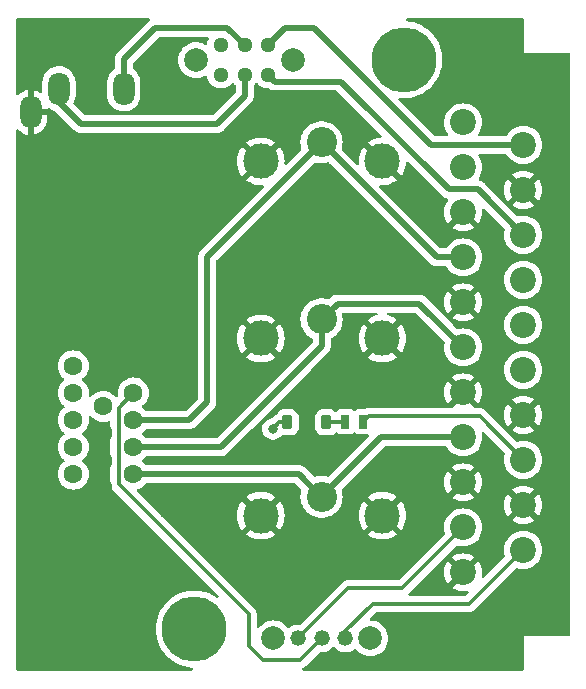
<source format=gbr>
%TF.GenerationSoftware,KiCad,Pcbnew,7.0.11+dfsg-1*%
%TF.CreationDate,2024-03-22T13:59:39+02:00*%
%TF.ProjectId,dexx_video_adapter,64657878-5f76-4696-9465-6f5f61646170,rev?*%
%TF.SameCoordinates,Original*%
%TF.FileFunction,Copper,L1,Top*%
%TF.FilePolarity,Positive*%
%FSLAX46Y46*%
G04 Gerber Fmt 4.6, Leading zero omitted, Abs format (unit mm)*
G04 Created by KiCad (PCBNEW 7.0.11+dfsg-1) date 2024-03-22 13:59:39*
%MOMM*%
%LPD*%
G01*
G04 APERTURE LIST*
G04 Aperture macros list*
%AMRoundRect*
0 Rectangle with rounded corners*
0 $1 Rounding radius*
0 $2 $3 $4 $5 $6 $7 $8 $9 X,Y pos of 4 corners*
0 Add a 4 corners polygon primitive as box body*
4,1,4,$2,$3,$4,$5,$6,$7,$8,$9,$2,$3,0*
0 Add four circle primitives for the rounded corners*
1,1,$1+$1,$2,$3*
1,1,$1+$1,$4,$5*
1,1,$1+$1,$6,$7*
1,1,$1+$1,$8,$9*
0 Add four rect primitives between the rounded corners*
20,1,$1+$1,$2,$3,$4,$5,0*
20,1,$1+$1,$4,$5,$6,$7,0*
20,1,$1+$1,$6,$7,$8,$9,0*
20,1,$1+$1,$8,$9,$2,$3,0*%
G04 Aperture macros list end*
%TA.AperFunction,ComponentPad*%
%ADD10C,1.295400*%
%TD*%
%TA.AperFunction,ComponentPad*%
%ADD11C,2.006600*%
%TD*%
%TA.AperFunction,ComponentPad*%
%ADD12C,2.550000*%
%TD*%
%TA.AperFunction,ComponentPad*%
%ADD13C,3.000000*%
%TD*%
%TA.AperFunction,ComponentPad*%
%ADD14C,5.500000*%
%TD*%
%TA.AperFunction,SMDPad,CuDef*%
%ADD15RoundRect,0.225000X0.225000X0.375000X-0.225000X0.375000X-0.225000X-0.375000X0.225000X-0.375000X0*%
%TD*%
%TA.AperFunction,ComponentPad*%
%ADD16C,1.600000*%
%TD*%
%TA.AperFunction,ComponentPad*%
%ADD17C,4.500000*%
%TD*%
%TA.AperFunction,ComponentPad*%
%ADD18C,1.320800*%
%TD*%
%TA.AperFunction,SMDPad,CuDef*%
%ADD19R,0.635000X1.143000*%
%TD*%
%TA.AperFunction,ComponentPad*%
%ADD20C,2.200000*%
%TD*%
%TA.AperFunction,ComponentPad*%
%ADD21O,1.800000X2.800000*%
%TD*%
%TA.AperFunction,ViaPad*%
%ADD22C,0.800000*%
%TD*%
%TA.AperFunction,Conductor*%
%ADD23C,0.500000*%
%TD*%
%TA.AperFunction,Conductor*%
%ADD24C,0.350000*%
%TD*%
G04 APERTURE END LIST*
D10*
%TO.P,SW2,1,A*%
%TO.N,/AV_AL*%
X46668700Y-17884600D03*
%TO.P,SW2,2,B*%
%TO.N,/AV_AL_SEL*%
X44662100Y-17884600D03*
%TO.P,SW2,3,C*%
%TO.N,/AV_AL_OUT*%
X42655500Y-17884600D03*
%TO.P,SW2,4,A*%
%TO.N,/AV_AR*%
X46668700Y-15395400D03*
%TO.P,SW2,5,B*%
%TO.N,/AV_AR_SEL*%
X44662100Y-15395400D03*
%TO.P,SW2,6,C*%
%TO.N,/AV_AR_OUT*%
X42655500Y-15395400D03*
D11*
%TO.P,SW2,7*%
%TO.N,N/C*%
X48764200Y-16640000D03*
%TO.P,SW2,8*%
X40560000Y-16640000D03*
%TD*%
D12*
%TO.P,J3,1,In*%
%TO.N,/AV_G*%
X51180000Y-38600000D03*
D13*
%TO.P,J3,2,Ext*%
%TO.N,GND*%
X46030000Y-40200000D03*
X56330000Y-40200000D03*
%TD*%
D12*
%TO.P,J4,1,In*%
%TO.N,/AV_B*%
X51180000Y-23600000D03*
D13*
%TO.P,J4,2,Ext*%
%TO.N,GND*%
X46030000Y-25200000D03*
X56330000Y-25200000D03*
%TD*%
D14*
%TO.P,MH2,1*%
%TO.N,N/C*%
X58140000Y-16590000D03*
%TD*%
D15*
%TO.P,D1,1,K*%
%TO.N,Net-(D1-K)*%
X51580000Y-47310000D03*
%TO.P,D1,2,A*%
%TO.N,/DDC_5V*%
X48280000Y-47310000D03*
%TD*%
D16*
%TO.P,J6,1*%
%TO.N,/AV_R*%
X35240000Y-51690000D03*
%TO.P,J6,2*%
%TO.N,/AV_G*%
X35240000Y-49400000D03*
%TO.P,J6,3*%
%TO.N,/AV_B*%
X35240000Y-47110000D03*
%TO.P,J6,4*%
%TO.N,/AV_S_SEL*%
X35240000Y-44820000D03*
%TO.P,J6,5*%
%TO.N,GND*%
X35240000Y-42530000D03*
%TO.P,J6,6*%
X32700000Y-52830000D03*
%TO.P,J6,7*%
X32700000Y-50540000D03*
%TO.P,J6,8*%
X32700000Y-48250000D03*
%TO.P,J6,9*%
%TO.N,/DDC_5V*%
X32700000Y-45960000D03*
D17*
%TO.P,J6,10*%
%TO.N,GND*%
X32700000Y-34870000D03*
D16*
X32700000Y-43670000D03*
D17*
X32700000Y-59870000D03*
D16*
%TO.P,J6,11*%
%TO.N,unconnected-(J6-Pad11)*%
X30160000Y-51690000D03*
%TO.P,J6,12*%
%TO.N,unconnected-(J6-Pad12)*%
X30160000Y-49400000D03*
%TO.P,J6,13*%
%TO.N,/AV_HS*%
X30160000Y-47110000D03*
%TO.P,J6,14*%
%TO.N,/AV_VS*%
X30160000Y-44820000D03*
%TO.P,J6,15*%
%TO.N,unconnected-(J6-Pad15)*%
X30160000Y-42530000D03*
%TD*%
D12*
%TO.P,J2,1,In*%
%TO.N,/AV_R*%
X51180000Y-53600000D03*
D13*
%TO.P,J2,2,Ext*%
%TO.N,GND*%
X46030000Y-55200000D03*
X56330000Y-55200000D03*
%TD*%
D18*
%TO.P,SW1,1,A*%
%TO.N,/AV_S_OUT*%
X49200000Y-65600000D03*
%TO.P,SW1,2,B*%
%TO.N,/AV_S_SEL*%
X51200001Y-65600000D03*
%TO.P,SW1,3,C*%
%TO.N,/AV_S*%
X53200002Y-65600000D03*
D11*
%TO.P,SW1,4*%
%TO.N,N/C*%
X47097901Y-65600000D03*
%TO.P,SW1,5*%
X55302101Y-65600000D03*
%TD*%
D19*
%TO.P,R1,1*%
%TO.N,/AV_RGB_STATUS*%
X54704000Y-47240000D03*
%TO.P,R1,2*%
%TO.N,Net-(D1-K)*%
X53180000Y-47240000D03*
%TD*%
D20*
%TO.P,J1,1,P1*%
%TO.N,/AV_AR_OUT*%
X63170000Y-21910000D03*
%TO.P,J1,2,P2*%
%TO.N,/AV_AR*%
X68250000Y-23815000D03*
%TO.P,J1,3,P3*%
%TO.N,/AV_AL_OUT*%
X63170000Y-25720000D03*
%TO.P,J1,4,P4*%
%TO.N,GND*%
X68250000Y-27625000D03*
%TO.P,J1,5,P5*%
X63170000Y-29530000D03*
%TO.P,J1,6,P6*%
%TO.N,/AV_AL*%
X68250000Y-31435000D03*
%TO.P,J1,7,P7*%
%TO.N,/AV_B*%
X63170000Y-33340000D03*
%TO.P,J1,8,P8*%
%TO.N,unconnected-(J1-P8-Pad8)*%
X68250000Y-35245000D03*
%TO.P,J1,9,P9*%
%TO.N,GND*%
X63170000Y-37150000D03*
%TO.P,J1,10,P10*%
%TO.N,/AV_VS*%
X68250000Y-39055000D03*
%TO.P,J1,11,P11*%
%TO.N,/AV_G*%
X63170000Y-40960000D03*
%TO.P,J1,12,P12*%
%TO.N,/AV_HS*%
X68250000Y-42865000D03*
%TO.P,J1,13,P13*%
%TO.N,GND*%
X63170000Y-44770000D03*
%TO.P,J1,14,P14*%
X68250000Y-46675000D03*
%TO.P,J1,15,P15*%
%TO.N,/AV_R*%
X63170000Y-48580000D03*
%TO.P,J1,16,P16*%
%TO.N,/AV_RGB_STATUS*%
X68250000Y-50485000D03*
%TO.P,J1,17,P17*%
%TO.N,GND*%
X63170000Y-52390000D03*
%TO.P,J1,18,P18*%
X68250000Y-54295000D03*
%TO.P,J1,19,P19*%
%TO.N,/AV_S_OUT*%
X63170000Y-56200000D03*
%TO.P,J1,20,P20*%
%TO.N,/AV_S*%
X68250000Y-58105000D03*
%TO.P,J1,21,P21*%
%TO.N,GND*%
X63170000Y-60010000D03*
%TD*%
D21*
%TO.P,J5,R*%
%TO.N,/AV_AR_SEL*%
X34440000Y-19060000D03*
%TO.P,J5,S*%
%TO.N,GND*%
X26540000Y-21060000D03*
%TO.P,J5,T*%
%TO.N,/AV_AL_SEL*%
X28940000Y-19060000D03*
%TD*%
D14*
%TO.P,MH1,1*%
%TO.N,N/C*%
X40400000Y-64810000D03*
%TD*%
D22*
%TO.N,GND*%
X36055000Y-62258400D03*
X51295000Y-26698400D03*
X58915000Y-41938400D03*
X28435000Y-36858400D03*
X66535000Y-21618400D03*
X58915000Y-57178400D03*
X63995000Y-64798400D03*
X46215000Y-21618400D03*
X36055000Y-64798400D03*
X51295000Y-49558400D03*
X41135000Y-29238400D03*
X36055000Y-29238400D03*
X38595000Y-31778400D03*
X69075000Y-62258400D03*
X28435000Y-54638400D03*
X51295000Y-57178400D03*
X53835000Y-31778400D03*
X48755000Y-59718400D03*
X28435000Y-62258400D03*
X30975000Y-19078400D03*
X53835000Y-57178400D03*
X58915000Y-54638400D03*
X30975000Y-31778400D03*
X38595000Y-29238400D03*
X56375000Y-31778400D03*
X41135000Y-26698400D03*
X46215000Y-62258400D03*
X51295000Y-29238400D03*
X48755000Y-39398400D03*
X66535000Y-16538400D03*
X33515000Y-26698400D03*
X53835000Y-29238400D03*
X30975000Y-16538400D03*
X33515000Y-29238400D03*
X69075000Y-21618400D03*
X36055000Y-31778400D03*
X28435000Y-52098400D03*
X38595000Y-24158400D03*
X28435000Y-57178400D03*
X33515000Y-64798400D03*
X28435000Y-29238400D03*
X28435000Y-31778400D03*
X48755000Y-21618400D03*
X28435000Y-26698400D03*
X58915000Y-52098400D03*
X66535000Y-19078400D03*
X46215000Y-31778400D03*
X61455000Y-64798400D03*
X43675000Y-26698400D03*
X48755000Y-29238400D03*
X63995000Y-16538400D03*
X53835000Y-59718400D03*
X38595000Y-26698400D03*
X36055000Y-59718400D03*
X48755000Y-36858400D03*
X66535000Y-64798400D03*
X30975000Y-24158400D03*
X41135000Y-24158400D03*
X46215000Y-59718400D03*
X53835000Y-39398400D03*
X66535000Y-62258400D03*
X53835000Y-41938400D03*
X43675000Y-57178400D03*
X33515000Y-24158400D03*
X30975000Y-26698400D03*
X38595000Y-59718400D03*
X53835000Y-54638400D03*
X28435000Y-64798400D03*
X48755000Y-31778400D03*
X69075000Y-19078400D03*
X38595000Y-16538400D03*
X28435000Y-59718400D03*
X41135000Y-57178400D03*
X43675000Y-34318400D03*
X41135000Y-19078400D03*
X28435000Y-16538400D03*
X56375000Y-52098400D03*
X38595000Y-41938400D03*
X48755000Y-54638400D03*
X51295000Y-59718400D03*
X28435000Y-24158400D03*
X36055000Y-24158400D03*
X36055000Y-34318400D03*
X30975000Y-29238400D03*
X38595000Y-44478400D03*
X28435000Y-47018400D03*
X48755000Y-57178400D03*
X61455000Y-19078400D03*
X58915000Y-64798400D03*
X43675000Y-59718400D03*
X36055000Y-36858400D03*
X36055000Y-26698400D03*
X48755000Y-62258400D03*
X28435000Y-49558400D03*
X56375000Y-59718400D03*
X28435000Y-39398400D03*
X30975000Y-64798400D03*
X58915000Y-39398400D03*
X38595000Y-34318400D03*
X28435000Y-34318400D03*
X38595000Y-36858400D03*
X30975000Y-54638400D03*
X38595000Y-19078400D03*
X63995000Y-19078400D03*
X36055000Y-57178400D03*
X33515000Y-54638400D03*
X51295000Y-31778400D03*
%TO.N,/DDC_5V*%
X47060000Y-47860000D03*
%TD*%
D23*
%TO.N,/AV_AR*%
X48114100Y-13950000D02*
X46668700Y-15395400D01*
X50540000Y-13950000D02*
X48114100Y-13950000D01*
X68250000Y-23815000D02*
X60405000Y-23815000D01*
X60405000Y-23815000D02*
X50540000Y-13950000D01*
D24*
%TO.N,/AV_RGB_STATUS*%
X64555000Y-46790000D02*
X55154000Y-46790000D01*
X55154000Y-46790000D02*
X54704000Y-47240000D01*
X68250000Y-50485000D02*
X64555000Y-46790000D01*
D23*
%TO.N,/AV_R*%
X63170000Y-48580000D02*
X56200000Y-48580000D01*
X49240000Y-51690000D02*
X35240000Y-51690000D01*
X51165000Y-53615000D02*
X49240000Y-51690000D01*
X56200000Y-48580000D02*
X51165000Y-53615000D01*
D24*
%TO.N,/AV_S*%
X68250000Y-58105000D02*
X63685000Y-62670000D01*
X55540000Y-62670000D02*
X53200002Y-65009998D01*
X63685000Y-62670000D02*
X55540000Y-62670000D01*
X53200002Y-65009998D02*
X53200002Y-65600000D01*
D23*
%TO.N,/AV_G*%
X59460000Y-37250000D02*
X52530000Y-37250000D01*
X52530000Y-37250000D02*
X51180000Y-38600000D01*
X63170000Y-40960000D02*
X59460000Y-37250000D01*
X51180000Y-40860000D02*
X42640000Y-49400000D01*
X42640000Y-49400000D02*
X35240000Y-49400000D01*
X51180000Y-38600000D02*
X51180000Y-40860000D01*
D24*
%TO.N,/AV_S_OUT*%
X53440000Y-61360000D02*
X49200000Y-65600000D01*
X58010000Y-61360000D02*
X53440000Y-61360000D01*
X63170000Y-56200000D02*
X58010000Y-61360000D01*
D23*
%TO.N,/AV_B*%
X60920000Y-33340000D02*
X51180000Y-23600000D01*
X41490000Y-33290000D02*
X41490000Y-45600000D01*
X41490000Y-45600000D02*
X39980000Y-47110000D01*
X39980000Y-47110000D02*
X35240000Y-47110000D01*
X63170000Y-33340000D02*
X60920000Y-33340000D01*
X51180000Y-23600000D02*
X41490000Y-33290000D01*
%TO.N,/AV_AL*%
X47234100Y-18450000D02*
X46668700Y-17884600D01*
X61930000Y-27590000D02*
X52790000Y-18450000D01*
X64405000Y-27590000D02*
X61930000Y-27590000D01*
X68250000Y-31435000D02*
X64405000Y-27590000D01*
X52790000Y-18450000D02*
X47234100Y-18450000D01*
D24*
%TO.N,/AV_S_SEL*%
X33990000Y-52540000D02*
X45000000Y-63550000D01*
X46210000Y-67440000D02*
X49360001Y-67440000D01*
X33990000Y-46070000D02*
X33990000Y-52540000D01*
X45000000Y-63550000D02*
X45000000Y-66230000D01*
X45000000Y-66230000D02*
X46210000Y-67440000D01*
X35240000Y-44820000D02*
X33990000Y-46070000D01*
X49360001Y-67440000D02*
X51200001Y-65600000D01*
%TO.N,/DDC_5V*%
X48280000Y-47310000D02*
X47610000Y-47310000D01*
X47610000Y-47310000D02*
X47060000Y-47860000D01*
D23*
%TO.N,/AV_AR_SEL*%
X44662100Y-15395400D02*
X43206700Y-13940000D01*
X43206700Y-13940000D02*
X37070000Y-13940000D01*
X34440000Y-16570000D02*
X34440000Y-19060000D01*
X37070000Y-13940000D02*
X34440000Y-16570000D01*
%TO.N,/AV_AL_SEL*%
X28940000Y-20200000D02*
X30770000Y-22030000D01*
X28940000Y-19060000D02*
X28940000Y-20200000D01*
X30770000Y-22030000D02*
X42340000Y-22030000D01*
X44662100Y-19707900D02*
X44662100Y-17884600D01*
X42340000Y-22030000D02*
X44662100Y-19707900D01*
D24*
%TO.N,Net-(D1-K)*%
X53110000Y-47310000D02*
X53180000Y-47240000D01*
X51580000Y-47310000D02*
X53110000Y-47310000D01*
%TD*%
%TA.AperFunction,Conductor*%
%TO.N,GND*%
G36*
X45754869Y-18594952D02*
G01*
X45765950Y-18607741D01*
X45810596Y-18666863D01*
X45968947Y-18811219D01*
X46151123Y-18924018D01*
X46151125Y-18924018D01*
X46151130Y-18924022D01*
X46350930Y-19001425D01*
X46350935Y-19001427D01*
X46561562Y-19040800D01*
X46712311Y-19040800D01*
X46780432Y-19060802D01*
X46793298Y-19070275D01*
X46801495Y-19077153D01*
X46814460Y-19088032D01*
X46820595Y-19092067D01*
X46820557Y-19092123D01*
X46826913Y-19096172D01*
X46826949Y-19096115D01*
X46833194Y-19099967D01*
X46901941Y-19132023D01*
X46905111Y-19133557D01*
X46972912Y-19167609D01*
X46972914Y-19167609D01*
X46979807Y-19170118D01*
X46979784Y-19170180D01*
X46986910Y-19172657D01*
X46986931Y-19172595D01*
X46993893Y-19174902D01*
X47068152Y-19190234D01*
X47071644Y-19191008D01*
X47145444Y-19208500D01*
X47145446Y-19208500D01*
X47152732Y-19209352D01*
X47152724Y-19209418D01*
X47160222Y-19210184D01*
X47160228Y-19210118D01*
X47167535Y-19210756D01*
X47167542Y-19210758D01*
X47242285Y-19208583D01*
X47243324Y-19208553D01*
X47246988Y-19208500D01*
X52423629Y-19208500D01*
X52491750Y-19228502D01*
X52512724Y-19245405D01*
X56247715Y-22980396D01*
X56281741Y-23042708D01*
X56276676Y-23113523D01*
X56234129Y-23170359D01*
X56175778Y-23194317D01*
X55920508Y-23229404D01*
X55655989Y-23303519D01*
X55404030Y-23412961D01*
X55169325Y-23555687D01*
X55100715Y-23611505D01*
X55100714Y-23611505D01*
X55825512Y-24336302D01*
X55755786Y-24375004D01*
X55601469Y-24507480D01*
X55476979Y-24668308D01*
X55464512Y-24693722D01*
X54740541Y-23969750D01*
X54610317Y-24154236D01*
X54483938Y-24398134D01*
X54391944Y-24656980D01*
X54391942Y-24656988D01*
X54336053Y-24925945D01*
X54336052Y-24925951D01*
X54317308Y-25199995D01*
X54317308Y-25200004D01*
X54328477Y-25363302D01*
X54313170Y-25432629D01*
X54262812Y-25482675D01*
X54193391Y-25497550D01*
X54126949Y-25472533D01*
X54113676Y-25460995D01*
X52916601Y-24263920D01*
X52882575Y-24201608D01*
X52887640Y-24130793D01*
X52888412Y-24128778D01*
X52889042Y-24127172D01*
X52889043Y-24127170D01*
X52948525Y-23866562D01*
X52968501Y-23600000D01*
X52948525Y-23333438D01*
X52889043Y-23072830D01*
X52825588Y-22911149D01*
X52791387Y-22824004D01*
X52791385Y-22824000D01*
X52770888Y-22788499D01*
X52728875Y-22715729D01*
X52657731Y-22592505D01*
X52655541Y-22589759D01*
X52491064Y-22383510D01*
X52491063Y-22383509D01*
X52491060Y-22383505D01*
X52295117Y-22201699D01*
X52295111Y-22201693D01*
X52221491Y-22151500D01*
X52074251Y-22051113D01*
X51944620Y-21988686D01*
X51833416Y-21935132D01*
X51833404Y-21935127D01*
X51577989Y-21856342D01*
X51577981Y-21856340D01*
X51577979Y-21856340D01*
X51313655Y-21816500D01*
X51046345Y-21816500D01*
X50782021Y-21856340D01*
X50782019Y-21856340D01*
X50782010Y-21856342D01*
X50526583Y-21935132D01*
X50285748Y-22051114D01*
X50285740Y-22051118D01*
X50064894Y-22201689D01*
X50064882Y-22201699D01*
X49868939Y-22383505D01*
X49702268Y-22592505D01*
X49568614Y-22824000D01*
X49568612Y-22824004D01*
X49470958Y-23072826D01*
X49470957Y-23072828D01*
X49411475Y-23333434D01*
X49391499Y-23600000D01*
X49411475Y-23866565D01*
X49470956Y-24127169D01*
X49471594Y-24128793D01*
X49471648Y-24129413D01*
X49472346Y-24131673D01*
X49471862Y-24131822D01*
X49477860Y-24199513D01*
X49444898Y-24262394D01*
X49443398Y-24263919D01*
X48246323Y-25460993D01*
X48184011Y-25495019D01*
X48113195Y-25489954D01*
X48056360Y-25447407D01*
X48031549Y-25380887D01*
X48031522Y-25363299D01*
X48042692Y-25200003D01*
X48042692Y-25199995D01*
X48023947Y-24925951D01*
X48023946Y-24925945D01*
X47968057Y-24656988D01*
X47968055Y-24656980D01*
X47876061Y-24398134D01*
X47749685Y-24154243D01*
X47749681Y-24154237D01*
X47619457Y-23969751D01*
X46893822Y-24695386D01*
X46824854Y-24584737D01*
X46684732Y-24437329D01*
X46536578Y-24334210D01*
X47259283Y-23611504D01*
X47190680Y-23555691D01*
X46955969Y-23412961D01*
X46704010Y-23303519D01*
X46439490Y-23229404D01*
X46167364Y-23192000D01*
X45892635Y-23192000D01*
X45620509Y-23229404D01*
X45355989Y-23303519D01*
X45104030Y-23412961D01*
X44869325Y-23555687D01*
X44800715Y-23611505D01*
X44800714Y-23611505D01*
X45525511Y-24336302D01*
X45455786Y-24375004D01*
X45301469Y-24507480D01*
X45176979Y-24668308D01*
X45164512Y-24693721D01*
X44440541Y-23969750D01*
X44310317Y-24154236D01*
X44183938Y-24398134D01*
X44091944Y-24656980D01*
X44091942Y-24656988D01*
X44036053Y-24925945D01*
X44036052Y-24925951D01*
X44017308Y-25199995D01*
X44017308Y-25200004D01*
X44036052Y-25474048D01*
X44036053Y-25474054D01*
X44091942Y-25743011D01*
X44091944Y-25743019D01*
X44183938Y-26001865D01*
X44310314Y-26245756D01*
X44310316Y-26245759D01*
X44440541Y-26430248D01*
X45166177Y-25704612D01*
X45235146Y-25815263D01*
X45375268Y-25962671D01*
X45523420Y-26065788D01*
X44800715Y-26788493D01*
X44800715Y-26788494D01*
X44869313Y-26844304D01*
X44869318Y-26844307D01*
X45104030Y-26987038D01*
X45355989Y-27096480D01*
X45620509Y-27170595D01*
X45892635Y-27207999D01*
X45892649Y-27208000D01*
X46167350Y-27208000D01*
X46181016Y-27206121D01*
X46251226Y-27216658D01*
X46304595Y-27263480D01*
X46324177Y-27331723D01*
X46303755Y-27399719D01*
X46287274Y-27420042D01*
X40999225Y-32708092D01*
X40985376Y-32720062D01*
X40965943Y-32734529D01*
X40933771Y-32772870D01*
X40926360Y-32780958D01*
X40922420Y-32784898D01*
X40922414Y-32784905D01*
X40902997Y-32809460D01*
X40900689Y-32812294D01*
X40851964Y-32870364D01*
X40847935Y-32876491D01*
X40847880Y-32876455D01*
X40843825Y-32882820D01*
X40843882Y-32882855D01*
X40840030Y-32889098D01*
X40807996Y-32957794D01*
X40806401Y-32961087D01*
X40772394Y-33028805D01*
X40769882Y-33035707D01*
X40769820Y-33035684D01*
X40767343Y-33042810D01*
X40767404Y-33042831D01*
X40765096Y-33049795D01*
X40749759Y-33124064D01*
X40748967Y-33127637D01*
X40731500Y-33201340D01*
X40730648Y-33208634D01*
X40730581Y-33208626D01*
X40729814Y-33216126D01*
X40729881Y-33216132D01*
X40729241Y-33223442D01*
X40731447Y-33299258D01*
X40731500Y-33302922D01*
X40731500Y-45233629D01*
X40711498Y-45301750D01*
X40694595Y-45322724D01*
X39702724Y-46314595D01*
X39640412Y-46348621D01*
X39613629Y-46351500D01*
X36371868Y-46351500D01*
X36303747Y-46331498D01*
X36268656Y-46297772D01*
X36246202Y-46265706D01*
X36246200Y-46265703D01*
X36246198Y-46265700D01*
X36084300Y-46103802D01*
X36033472Y-46068212D01*
X35989145Y-46012757D01*
X35981836Y-45942137D01*
X36013866Y-45878777D01*
X36033468Y-45861790D01*
X36084300Y-45826198D01*
X36246198Y-45664300D01*
X36377523Y-45476749D01*
X36474284Y-45269243D01*
X36533543Y-45048087D01*
X36553498Y-44820000D01*
X36533543Y-44591913D01*
X36474284Y-44370757D01*
X36377523Y-44163251D01*
X36246198Y-43975700D01*
X36084300Y-43813802D01*
X35896749Y-43682477D01*
X35864680Y-43667523D01*
X35689246Y-43585717D01*
X35689240Y-43585715D01*
X35595771Y-43560670D01*
X35468087Y-43526457D01*
X35240000Y-43506502D01*
X35011913Y-43526457D01*
X34790759Y-43585715D01*
X34790753Y-43585717D01*
X34583250Y-43682477D01*
X34395703Y-43813799D01*
X34395697Y-43813804D01*
X34233804Y-43975697D01*
X34233799Y-43975703D01*
X34102477Y-44163250D01*
X34005717Y-44370753D01*
X34005715Y-44370759D01*
X33946457Y-44591913D01*
X33926502Y-44820000D01*
X33946539Y-45049025D01*
X33932550Y-45118629D01*
X33883150Y-45169622D01*
X33814024Y-45185812D01*
X33747119Y-45162059D01*
X33717804Y-45132275D01*
X33706202Y-45115705D01*
X33706195Y-45115697D01*
X33544302Y-44953804D01*
X33544296Y-44953799D01*
X33356749Y-44822477D01*
X33149246Y-44725717D01*
X33149240Y-44725715D01*
X33055771Y-44700670D01*
X32928087Y-44666457D01*
X32700000Y-44646502D01*
X32471913Y-44666457D01*
X32250759Y-44725715D01*
X32250753Y-44725717D01*
X32043250Y-44822477D01*
X31855703Y-44953799D01*
X31855697Y-44953804D01*
X31693804Y-45115697D01*
X31693796Y-45115706D01*
X31682193Y-45132278D01*
X31626735Y-45176606D01*
X31556116Y-45183914D01*
X31492756Y-45151882D01*
X31456772Y-45090680D01*
X31453460Y-45049024D01*
X31453541Y-45048092D01*
X31453543Y-45048087D01*
X31473498Y-44820000D01*
X31453543Y-44591913D01*
X31394284Y-44370757D01*
X31297523Y-44163251D01*
X31166198Y-43975700D01*
X31004300Y-43813802D01*
X30953472Y-43778212D01*
X30909145Y-43722757D01*
X30901836Y-43652137D01*
X30933866Y-43588777D01*
X30953468Y-43571790D01*
X31004300Y-43536198D01*
X31166198Y-43374300D01*
X31297523Y-43186749D01*
X31394284Y-42979243D01*
X31453543Y-42758087D01*
X31473498Y-42530000D01*
X31453543Y-42301913D01*
X31394284Y-42080757D01*
X31297523Y-41873251D01*
X31166198Y-41685700D01*
X31004300Y-41523802D01*
X30911166Y-41458589D01*
X30816749Y-41392477D01*
X30609246Y-41295717D01*
X30609240Y-41295715D01*
X30479335Y-41260907D01*
X30388087Y-41236457D01*
X30160000Y-41216502D01*
X29931913Y-41236457D01*
X29710759Y-41295715D01*
X29710753Y-41295717D01*
X29503250Y-41392477D01*
X29315703Y-41523799D01*
X29315697Y-41523804D01*
X29153804Y-41685697D01*
X29153799Y-41685703D01*
X29022477Y-41873250D01*
X28925717Y-42080753D01*
X28925715Y-42080759D01*
X28901644Y-42170595D01*
X28866457Y-42301913D01*
X28846502Y-42530000D01*
X28866457Y-42758087D01*
X28925716Y-42979243D01*
X29022477Y-43186749D01*
X29153802Y-43374300D01*
X29315700Y-43536198D01*
X29315703Y-43536200D01*
X29366526Y-43571787D01*
X29410854Y-43627244D01*
X29418163Y-43697864D01*
X29386132Y-43761224D01*
X29366526Y-43778213D01*
X29315703Y-43813799D01*
X29315697Y-43813804D01*
X29153804Y-43975697D01*
X29153799Y-43975703D01*
X29022477Y-44163250D01*
X28925717Y-44370753D01*
X28925716Y-44370757D01*
X28866457Y-44591913D01*
X28846502Y-44820000D01*
X28866457Y-45048087D01*
X28877870Y-45090680D01*
X28925715Y-45269240D01*
X28925717Y-45269246D01*
X29022477Y-45476749D01*
X29106036Y-45596084D01*
X29153802Y-45664300D01*
X29315700Y-45826198D01*
X29315703Y-45826200D01*
X29366526Y-45861787D01*
X29410854Y-45917244D01*
X29418163Y-45987864D01*
X29386132Y-46051224D01*
X29366526Y-46068213D01*
X29315703Y-46103799D01*
X29315697Y-46103804D01*
X29153804Y-46265697D01*
X29153799Y-46265703D01*
X29022477Y-46453250D01*
X28925717Y-46660753D01*
X28925715Y-46660759D01*
X28901995Y-46749284D01*
X28866457Y-46881913D01*
X28846502Y-47110000D01*
X28852725Y-47181135D01*
X28866457Y-47338086D01*
X28925715Y-47559240D01*
X28925717Y-47559246D01*
X29022477Y-47766749D01*
X29143948Y-47940228D01*
X29153802Y-47954300D01*
X29315700Y-48116198D01*
X29315703Y-48116200D01*
X29366526Y-48151787D01*
X29410854Y-48207244D01*
X29418163Y-48277864D01*
X29386132Y-48341224D01*
X29366526Y-48358213D01*
X29315703Y-48393799D01*
X29315697Y-48393804D01*
X29153804Y-48555697D01*
X29153799Y-48555703D01*
X29022477Y-48743250D01*
X28925717Y-48950753D01*
X28925715Y-48950759D01*
X28866457Y-49171913D01*
X28846502Y-49400000D01*
X28866457Y-49628086D01*
X28925715Y-49849240D01*
X28925717Y-49849246D01*
X29022477Y-50056749D01*
X29090917Y-50154492D01*
X29153802Y-50244300D01*
X29315700Y-50406198D01*
X29315703Y-50406200D01*
X29366526Y-50441787D01*
X29410854Y-50497244D01*
X29418163Y-50567864D01*
X29386132Y-50631224D01*
X29366526Y-50648213D01*
X29315703Y-50683799D01*
X29315697Y-50683804D01*
X29153804Y-50845697D01*
X29153799Y-50845703D01*
X29022477Y-51033250D01*
X28925717Y-51240753D01*
X28925715Y-51240759D01*
X28871421Y-51443387D01*
X28866457Y-51461913D01*
X28846502Y-51690000D01*
X28866457Y-51918087D01*
X28881005Y-51972381D01*
X28925715Y-52139240D01*
X28925717Y-52139246D01*
X29022477Y-52346749D01*
X29145992Y-52523147D01*
X29153802Y-52534300D01*
X29315700Y-52696198D01*
X29503251Y-52827523D01*
X29710757Y-52924284D01*
X29931913Y-52983543D01*
X30160000Y-53003498D01*
X30388087Y-52983543D01*
X30609243Y-52924284D01*
X30816749Y-52827523D01*
X31004300Y-52696198D01*
X31166198Y-52534300D01*
X31297523Y-52346749D01*
X31394284Y-52139243D01*
X31453543Y-51918087D01*
X31473498Y-51690000D01*
X31453543Y-51461913D01*
X31394284Y-51240757D01*
X31297523Y-51033251D01*
X31166198Y-50845700D01*
X31004300Y-50683802D01*
X30953472Y-50648212D01*
X30909145Y-50592757D01*
X30901836Y-50522137D01*
X30933866Y-50458777D01*
X30953468Y-50441790D01*
X31004300Y-50406198D01*
X31166198Y-50244300D01*
X31297523Y-50056749D01*
X31394284Y-49849243D01*
X31453543Y-49628087D01*
X31473498Y-49400000D01*
X31453543Y-49171913D01*
X31394284Y-48950757D01*
X31297523Y-48743251D01*
X31166198Y-48555700D01*
X31004300Y-48393802D01*
X30953472Y-48358212D01*
X30909145Y-48302757D01*
X30901836Y-48232137D01*
X30933866Y-48168777D01*
X30953468Y-48151790D01*
X31004300Y-48116198D01*
X31166198Y-47954300D01*
X31297523Y-47766749D01*
X31394284Y-47559243D01*
X31453543Y-47338087D01*
X31473498Y-47110000D01*
X31453543Y-46881913D01*
X31453539Y-46881900D01*
X31453080Y-46879293D01*
X31453210Y-46878120D01*
X31453063Y-46876433D01*
X31453401Y-46876403D01*
X31460940Y-46808733D01*
X31505700Y-46753624D01*
X31573150Y-46731462D01*
X31641873Y-46749284D01*
X31680375Y-46785125D01*
X31693800Y-46804298D01*
X31693802Y-46804300D01*
X31855700Y-46966198D01*
X32043251Y-47097523D01*
X32250757Y-47194284D01*
X32471913Y-47253543D01*
X32700000Y-47273498D01*
X32928087Y-47253543D01*
X33147891Y-47194646D01*
X33218865Y-47196336D01*
X33277661Y-47236130D01*
X33305609Y-47301394D01*
X33306500Y-47316353D01*
X33306500Y-52515540D01*
X33306270Y-52523147D01*
X33302736Y-52581572D01*
X33313285Y-52639140D01*
X33314430Y-52646663D01*
X33321485Y-52704769D01*
X33321488Y-52704778D01*
X33324833Y-52713600D01*
X33330954Y-52735554D01*
X33332655Y-52744836D01*
X33332656Y-52744839D01*
X33356675Y-52798206D01*
X33359588Y-52805238D01*
X33380345Y-52859970D01*
X33380346Y-52859973D01*
X33385704Y-52867735D01*
X33396907Y-52887599D01*
X33400774Y-52896193D01*
X33400777Y-52896197D01*
X33436871Y-52942268D01*
X33441382Y-52948398D01*
X33474635Y-52996573D01*
X33518465Y-53035403D01*
X33523989Y-53040604D01*
X42423078Y-61939693D01*
X42457104Y-62002005D01*
X42452039Y-62072820D01*
X42409492Y-62129656D01*
X42342972Y-62154467D01*
X42273598Y-62139376D01*
X42257731Y-62129096D01*
X42231318Y-62109017D01*
X42231312Y-62109013D01*
X41928551Y-61926848D01*
X41898278Y-61912842D01*
X41607884Y-61778490D01*
X41607865Y-61778482D01*
X41273030Y-61665664D01*
X41273029Y-61665663D01*
X41273021Y-61665661D01*
X41273016Y-61665659D01*
X41273013Y-61665659D01*
X40927957Y-61589706D01*
X40927944Y-61589703D01*
X40927941Y-61589703D01*
X40927938Y-61589702D01*
X40927929Y-61589701D01*
X40576678Y-61551500D01*
X40576671Y-61551500D01*
X40223329Y-61551500D01*
X40223321Y-61551500D01*
X39872070Y-61589701D01*
X39872042Y-61589706D01*
X39526986Y-61665659D01*
X39526969Y-61665664D01*
X39192134Y-61778482D01*
X39192115Y-61778490D01*
X38871454Y-61926845D01*
X38871447Y-61926849D01*
X38568687Y-62109013D01*
X38568681Y-62109017D01*
X38287393Y-62322846D01*
X38287378Y-62322859D01*
X38030873Y-62565835D01*
X38030869Y-62565840D01*
X37802121Y-62835143D01*
X37603830Y-63127600D01*
X37603827Y-63127605D01*
X37603826Y-63127607D01*
X37438321Y-63439784D01*
X37438317Y-63439793D01*
X37307537Y-63768027D01*
X37213006Y-64108494D01*
X37155844Y-64457176D01*
X37136714Y-64809997D01*
X37136714Y-64810002D01*
X37155844Y-65162823D01*
X37213006Y-65511505D01*
X37237577Y-65600000D01*
X37307537Y-65851972D01*
X37438322Y-66180218D01*
X37603830Y-66492400D01*
X37802121Y-66784857D01*
X38030869Y-67054160D01*
X38030872Y-67054162D01*
X38030873Y-67054164D01*
X38287378Y-67297140D01*
X38287393Y-67297153D01*
X38568686Y-67510986D01*
X38871449Y-67693152D01*
X39028164Y-67765656D01*
X39192115Y-67841509D01*
X39192122Y-67841512D01*
X39192133Y-67841517D01*
X39526979Y-67954339D01*
X39872059Y-68030297D01*
X40194166Y-68065328D01*
X40220929Y-68068239D01*
X40286488Y-68095489D01*
X40326907Y-68153856D01*
X40329354Y-68224811D01*
X40293051Y-68285824D01*
X40229525Y-68317525D01*
X40207306Y-68319500D01*
X25436500Y-68319500D01*
X25368379Y-68299498D01*
X25321886Y-68245842D01*
X25310500Y-68193500D01*
X25310500Y-22625587D01*
X25330502Y-22557466D01*
X25384158Y-22510973D01*
X25454432Y-22500869D01*
X25519012Y-22530363D01*
X25527467Y-22538403D01*
X25606409Y-22620770D01*
X25606408Y-22620770D01*
X25799105Y-22763287D01*
X26013123Y-22871193D01*
X26013129Y-22871195D01*
X26242290Y-22941374D01*
X26286000Y-22946971D01*
X26286000Y-21991115D01*
X26330156Y-22019493D01*
X26468111Y-22060000D01*
X26611889Y-22060000D01*
X26749844Y-22019493D01*
X26794000Y-21991115D01*
X26794000Y-22945586D01*
X26953789Y-22911149D01*
X27176177Y-22821785D01*
X27380274Y-22696117D01*
X27560186Y-22537776D01*
X27710758Y-22351295D01*
X27827649Y-22142052D01*
X27907493Y-21916075D01*
X27907493Y-21916074D01*
X27948000Y-21679834D01*
X27948000Y-21314000D01*
X27040000Y-21314000D01*
X27040000Y-20806000D01*
X27948001Y-20806000D01*
X27957185Y-20796815D01*
X27968002Y-20759977D01*
X28021658Y-20713484D01*
X28091932Y-20703380D01*
X28148922Y-20726794D01*
X28198843Y-20763715D01*
X28412933Y-20871657D01*
X28412942Y-20871660D01*
X28412945Y-20871661D01*
X28564605Y-20918105D01*
X28616806Y-20949487D01*
X30188092Y-22520773D01*
X30200065Y-22534627D01*
X30214531Y-22554058D01*
X30252874Y-22586231D01*
X30260967Y-22593648D01*
X30264900Y-22597581D01*
X30264903Y-22597583D01*
X30289455Y-22616997D01*
X30292295Y-22619311D01*
X30319934Y-22642502D01*
X30350360Y-22668032D01*
X30350364Y-22668034D01*
X30356495Y-22672067D01*
X30356458Y-22672122D01*
X30362811Y-22676169D01*
X30362847Y-22676113D01*
X30369092Y-22679965D01*
X30369095Y-22679967D01*
X30437786Y-22711998D01*
X30441084Y-22713595D01*
X30451994Y-22719074D01*
X30508812Y-22747609D01*
X30508814Y-22747609D01*
X30515713Y-22750121D01*
X30515689Y-22750185D01*
X30522805Y-22752659D01*
X30522827Y-22752595D01*
X30529791Y-22754903D01*
X30604063Y-22770238D01*
X30607630Y-22771029D01*
X30681344Y-22788500D01*
X30681351Y-22788500D01*
X30688633Y-22789352D01*
X30688625Y-22789419D01*
X30696122Y-22790185D01*
X30696128Y-22790119D01*
X30703435Y-22790757D01*
X30703442Y-22790759D01*
X30778189Y-22788584D01*
X30779259Y-22788553D01*
X30782923Y-22788500D01*
X42275559Y-22788500D01*
X42293819Y-22789830D01*
X42299489Y-22790660D01*
X42317789Y-22793341D01*
X42367646Y-22788978D01*
X42378627Y-22788500D01*
X42384175Y-22788500D01*
X42384180Y-22788500D01*
X42415287Y-22784863D01*
X42418889Y-22784495D01*
X42494426Y-22777887D01*
X42494430Y-22777885D01*
X42501618Y-22776402D01*
X42501631Y-22776468D01*
X42508987Y-22774836D01*
X42508972Y-22774771D01*
X42516102Y-22773080D01*
X42516113Y-22773079D01*
X42587400Y-22747132D01*
X42590769Y-22745961D01*
X42662738Y-22722114D01*
X42662747Y-22722108D01*
X42669389Y-22719012D01*
X42669418Y-22719074D01*
X42676203Y-22715789D01*
X42676173Y-22715729D01*
X42682724Y-22712437D01*
X42682732Y-22712435D01*
X42746091Y-22670761D01*
X42749161Y-22668806D01*
X42750416Y-22668032D01*
X42813651Y-22629030D01*
X42813659Y-22629021D01*
X42819408Y-22624477D01*
X42819450Y-22624531D01*
X42825289Y-22619775D01*
X42825246Y-22619723D01*
X42830864Y-22615007D01*
X42830874Y-22615001D01*
X42882961Y-22559790D01*
X42885448Y-22557231D01*
X45152878Y-20289801D01*
X45166717Y-20277841D01*
X45186158Y-20263369D01*
X45218327Y-20225030D01*
X45225745Y-20216934D01*
X45229680Y-20213001D01*
X45249144Y-20188383D01*
X45251341Y-20185685D01*
X45300132Y-20127540D01*
X45300134Y-20127534D01*
X45300137Y-20127532D01*
X45304166Y-20121408D01*
X45304222Y-20121445D01*
X45308271Y-20115090D01*
X45308213Y-20115054D01*
X45312063Y-20108811D01*
X45312062Y-20108811D01*
X45312067Y-20108806D01*
X45344122Y-20040059D01*
X45345671Y-20036860D01*
X45379709Y-19969088D01*
X45379710Y-19969081D01*
X45382220Y-19962189D01*
X45382283Y-19962212D01*
X45384757Y-19955096D01*
X45384693Y-19955075D01*
X45386999Y-19948111D01*
X45387002Y-19948107D01*
X45402337Y-19873831D01*
X45403104Y-19870368D01*
X45420600Y-19796556D01*
X45420600Y-19796553D01*
X45421452Y-19789268D01*
X45421518Y-19789275D01*
X45422284Y-19781777D01*
X45422218Y-19781772D01*
X45422856Y-19774465D01*
X45422858Y-19774458D01*
X45420653Y-19698674D01*
X45420600Y-19695010D01*
X45420600Y-18813297D01*
X45440602Y-18745176D01*
X45461712Y-18720184D01*
X45520202Y-18666864D01*
X45564850Y-18607741D01*
X45621863Y-18565434D01*
X45692700Y-18560666D01*
X45754869Y-18594952D01*
G37*
%TD.AperFunction*%
%TA.AperFunction,Conductor*%
G36*
X68241598Y-13110847D02*
G01*
X68288102Y-13164492D01*
X68299500Y-13216859D01*
X68299500Y-15975072D01*
X68299415Y-15975500D01*
X68299458Y-15999999D01*
X68299500Y-16000099D01*
X68299617Y-16000383D01*
X68300000Y-16000541D01*
X68300002Y-16000539D01*
X68325014Y-16000524D01*
X68325014Y-16000528D01*
X68325158Y-16000500D01*
X72083500Y-16000500D01*
X72151621Y-16020502D01*
X72198114Y-16074158D01*
X72209500Y-16126500D01*
X72209500Y-65273500D01*
X72189498Y-65341621D01*
X72135842Y-65388114D01*
X72083500Y-65399500D01*
X68325158Y-65399500D01*
X68324952Y-65399459D01*
X68299998Y-65399459D01*
X68299901Y-65399499D01*
X68299696Y-65399584D01*
X68299618Y-65399615D01*
X68299617Y-65399617D01*
X68299459Y-65400000D01*
X68299476Y-65425014D01*
X68299471Y-65425014D01*
X68299500Y-65425157D01*
X68299500Y-68193500D01*
X68279498Y-68261621D01*
X68225842Y-68308114D01*
X68173500Y-68319500D01*
X49658195Y-68319500D01*
X49590074Y-68299498D01*
X49543581Y-68245842D01*
X49533477Y-68175568D01*
X49562971Y-68110988D01*
X49606480Y-68078602D01*
X49618213Y-68073321D01*
X49625241Y-68070409D01*
X49679972Y-68049654D01*
X49687730Y-68044298D01*
X49707593Y-68033095D01*
X49716198Y-68029223D01*
X49762289Y-67993112D01*
X49768403Y-67988614D01*
X49816574Y-67955365D01*
X49817486Y-67954335D01*
X49855405Y-67911532D01*
X49860590Y-67906024D01*
X50965553Y-66801061D01*
X51027863Y-66767037D01*
X51077799Y-66766304D01*
X51091686Y-66768900D01*
X51091690Y-66768900D01*
X51308314Y-66768900D01*
X51308316Y-66768900D01*
X51521256Y-66729095D01*
X51723257Y-66650839D01*
X51907439Y-66536799D01*
X52067529Y-66390857D01*
X52099450Y-66348587D01*
X52156463Y-66306278D01*
X52227299Y-66301510D01*
X52289469Y-66335795D01*
X52300551Y-66348585D01*
X52332472Y-66390856D01*
X52492561Y-66536797D01*
X52492563Y-66536798D01*
X52492564Y-66536799D01*
X52676746Y-66650839D01*
X52878747Y-66729095D01*
X53091687Y-66768900D01*
X53091689Y-66768900D01*
X53308315Y-66768900D01*
X53308317Y-66768900D01*
X53521257Y-66729095D01*
X53723258Y-66650839D01*
X53907440Y-66536799D01*
X53927431Y-66518574D01*
X53991247Y-66487464D01*
X54061753Y-66495794D01*
X54108127Y-66529860D01*
X54229790Y-66672310D01*
X54410735Y-66826851D01*
X54410739Y-66826854D01*
X54613636Y-66951189D01*
X54833484Y-67042253D01*
X55064872Y-67097805D01*
X55302101Y-67116475D01*
X55539330Y-67097805D01*
X55770718Y-67042253D01*
X55990566Y-66951189D01*
X56193463Y-66826854D01*
X56374411Y-66672310D01*
X56528955Y-66491362D01*
X56653290Y-66288465D01*
X56744354Y-66068617D01*
X56799906Y-65837229D01*
X56818576Y-65600000D01*
X56799906Y-65362771D01*
X56744354Y-65131383D01*
X56653290Y-64911535D01*
X56528955Y-64708638D01*
X56528952Y-64708634D01*
X56374411Y-64527689D01*
X56193466Y-64373148D01*
X56193464Y-64373147D01*
X56193463Y-64373146D01*
X55990566Y-64248811D01*
X55770718Y-64157747D01*
X55770716Y-64157746D01*
X55770715Y-64157746D01*
X55646192Y-64127850D01*
X55539330Y-64102195D01*
X55539331Y-64102195D01*
X55380810Y-64089719D01*
X55314469Y-64064433D01*
X55272330Y-64007295D01*
X55267771Y-63936445D01*
X55301600Y-63875013D01*
X55786211Y-63390404D01*
X55848523Y-63356379D01*
X55875306Y-63353500D01*
X63660541Y-63353500D01*
X63668148Y-63353730D01*
X63672568Y-63353997D01*
X63726572Y-63357264D01*
X63784165Y-63346709D01*
X63791639Y-63345571D01*
X63849774Y-63338513D01*
X63858590Y-63335169D01*
X63880570Y-63329042D01*
X63880634Y-63329030D01*
X63889837Y-63327344D01*
X63943222Y-63303316D01*
X63950240Y-63300409D01*
X64004971Y-63279654D01*
X64012729Y-63274298D01*
X64032592Y-63263095D01*
X64041197Y-63259223D01*
X64087288Y-63223112D01*
X64093402Y-63218614D01*
X64116889Y-63202403D01*
X64141573Y-63185365D01*
X64180404Y-63141532D01*
X64185589Y-63136024D01*
X67645631Y-59675982D01*
X67707941Y-59641958D01*
X67764133Y-59642559D01*
X67997597Y-59698609D01*
X68250000Y-59718474D01*
X68502403Y-59698609D01*
X68748591Y-59639505D01*
X68982502Y-59542616D01*
X69198376Y-59410328D01*
X69390898Y-59245898D01*
X69555328Y-59053376D01*
X69687616Y-58837502D01*
X69784505Y-58603591D01*
X69843609Y-58357403D01*
X69863474Y-58105000D01*
X69843609Y-57852597D01*
X69784505Y-57606409D01*
X69687616Y-57372498D01*
X69555328Y-57156624D01*
X69390898Y-56964102D01*
X69198376Y-56799672D01*
X68982502Y-56667384D01*
X68748591Y-56570495D01*
X68748589Y-56570494D01*
X68580177Y-56530062D01*
X68502403Y-56511391D01*
X68250000Y-56491526D01*
X67997597Y-56511391D01*
X67751410Y-56570494D01*
X67517499Y-56667383D01*
X67301625Y-56799671D01*
X67109102Y-56964102D01*
X66944671Y-57156625D01*
X66812383Y-57372499D01*
X66715494Y-57606410D01*
X66656391Y-57852597D01*
X66636526Y-58105000D01*
X66656391Y-58357403D01*
X66712438Y-58590861D01*
X66708890Y-58661769D01*
X66679014Y-58709369D01*
X64964357Y-60424026D01*
X64902045Y-60458052D01*
X64831230Y-60452987D01*
X64774394Y-60410440D01*
X64749583Y-60343920D01*
X64752744Y-60305516D01*
X64763113Y-60262327D01*
X64782971Y-60010000D01*
X64763113Y-59757676D01*
X64704028Y-59511565D01*
X64607169Y-59277727D01*
X64475822Y-59063387D01*
X64475820Y-59063387D01*
X63773933Y-59765274D01*
X63762812Y-59731044D01*
X63674814Y-59592381D01*
X63555097Y-59479960D01*
X63416839Y-59403951D01*
X64116611Y-58704178D01*
X64116611Y-58704177D01*
X63902272Y-58572830D01*
X63668434Y-58475971D01*
X63422323Y-58416886D01*
X63170000Y-58397028D01*
X62917676Y-58416886D01*
X62671565Y-58475971D01*
X62437727Y-58572830D01*
X62223387Y-58704176D01*
X62223387Y-58704178D01*
X62926517Y-59407308D01*
X62854371Y-59435874D01*
X62721508Y-59532405D01*
X62616825Y-59658945D01*
X62566558Y-59765767D01*
X61864178Y-59063387D01*
X61864176Y-59063387D01*
X61732830Y-59277727D01*
X61635971Y-59511565D01*
X61576886Y-59757676D01*
X61557028Y-60010000D01*
X61576886Y-60262323D01*
X61635971Y-60508434D01*
X61732830Y-60742272D01*
X61864177Y-60956611D01*
X61864178Y-60956611D01*
X62566065Y-60254724D01*
X62577188Y-60288956D01*
X62665186Y-60427619D01*
X62784903Y-60540040D01*
X62923160Y-60616048D01*
X62223387Y-61315820D01*
X62223387Y-61315822D01*
X62437727Y-61447169D01*
X62671565Y-61544028D01*
X62917676Y-61603113D01*
X63170000Y-61622971D01*
X63422327Y-61603113D01*
X63465516Y-61592744D01*
X63536424Y-61596290D01*
X63594158Y-61637609D01*
X63620388Y-61703582D01*
X63606787Y-61773264D01*
X63584027Y-61804357D01*
X63438790Y-61949595D01*
X63376478Y-61983620D01*
X63349694Y-61986500D01*
X58654304Y-61986500D01*
X58586183Y-61966498D01*
X58539690Y-61912842D01*
X58529586Y-61842568D01*
X58559080Y-61777988D01*
X58565209Y-61771405D01*
X60529071Y-59807543D01*
X62565631Y-57770982D01*
X62627941Y-57736958D01*
X62684133Y-57737559D01*
X62917597Y-57793609D01*
X63170000Y-57813474D01*
X63422403Y-57793609D01*
X63668591Y-57734505D01*
X63902502Y-57637616D01*
X64118376Y-57505328D01*
X64310898Y-57340898D01*
X64475328Y-57148376D01*
X64607616Y-56932502D01*
X64704505Y-56698591D01*
X64763609Y-56452403D01*
X64783474Y-56200000D01*
X64763609Y-55947597D01*
X64704505Y-55701409D01*
X64607616Y-55467498D01*
X64475328Y-55251624D01*
X64310898Y-55059102D01*
X64118376Y-54894672D01*
X63902502Y-54762384D01*
X63675383Y-54668308D01*
X63668589Y-54665494D01*
X63500177Y-54625062D01*
X63422403Y-54606391D01*
X63170000Y-54586526D01*
X62917597Y-54606391D01*
X62671410Y-54665494D01*
X62437499Y-54762383D01*
X62221625Y-54894671D01*
X62029102Y-55059102D01*
X61864671Y-55251625D01*
X61732383Y-55467499D01*
X61635494Y-55701410D01*
X61576391Y-55947597D01*
X61556526Y-56200000D01*
X61576391Y-56452403D01*
X61632438Y-56685861D01*
X61628890Y-56756769D01*
X61599014Y-56804369D01*
X57763790Y-60639595D01*
X57701478Y-60673620D01*
X57674695Y-60676500D01*
X53464459Y-60676500D01*
X53456852Y-60676270D01*
X53398425Y-60672735D01*
X53340859Y-60683285D01*
X53333337Y-60684430D01*
X53275229Y-60691486D01*
X53275223Y-60691487D01*
X53266392Y-60694836D01*
X53244446Y-60700954D01*
X53235166Y-60702655D01*
X53235165Y-60702655D01*
X53181802Y-60726671D01*
X53174778Y-60729580D01*
X53120031Y-60750345D01*
X53120021Y-60750350D01*
X53112255Y-60755710D01*
X53092408Y-60766903D01*
X53083807Y-60770774D01*
X53037724Y-60806877D01*
X53031597Y-60811385D01*
X52983425Y-60844636D01*
X52944604Y-60888455D01*
X52939388Y-60893995D01*
X49434448Y-64398935D01*
X49372136Y-64432961D01*
X49322207Y-64433696D01*
X49308315Y-64431100D01*
X49091685Y-64431100D01*
X48878745Y-64470905D01*
X48878740Y-64470906D01*
X48878737Y-64470907D01*
X48676750Y-64549158D01*
X48676743Y-64549161D01*
X48492562Y-64663200D01*
X48492556Y-64663205D01*
X48472567Y-64681427D01*
X48408749Y-64712536D01*
X48338243Y-64704203D01*
X48291874Y-64670139D01*
X48170211Y-64527689D01*
X47989266Y-64373148D01*
X47989264Y-64373147D01*
X47989263Y-64373146D01*
X47786366Y-64248811D01*
X47566518Y-64157747D01*
X47566516Y-64157746D01*
X47566515Y-64157746D01*
X47441992Y-64127850D01*
X47335130Y-64102195D01*
X47335131Y-64102195D01*
X47097901Y-64083525D01*
X46860671Y-64102195D01*
X46629286Y-64157746D01*
X46409437Y-64248810D01*
X46206537Y-64373147D01*
X46206535Y-64373148D01*
X46025590Y-64527689D01*
X45905311Y-64668519D01*
X45845861Y-64707329D01*
X45774866Y-64707835D01*
X45714867Y-64669879D01*
X45684914Y-64605511D01*
X45683500Y-64586689D01*
X45683500Y-63574458D01*
X45683730Y-63566850D01*
X45687264Y-63508428D01*
X45676710Y-63450838D01*
X45675570Y-63443353D01*
X45668513Y-63385226D01*
X45665166Y-63376402D01*
X45659043Y-63354435D01*
X45657344Y-63345163D01*
X45633319Y-63291784D01*
X45630411Y-63284761D01*
X45609655Y-63230030D01*
X45604297Y-63222268D01*
X45593094Y-63202403D01*
X45589223Y-63193802D01*
X45589222Y-63193800D01*
X45553122Y-63147722D01*
X45548611Y-63141592D01*
X45515366Y-63093429D01*
X45515365Y-63093427D01*
X45471543Y-63054604D01*
X45466002Y-63049387D01*
X37616619Y-55200004D01*
X44017308Y-55200004D01*
X44036052Y-55474048D01*
X44036053Y-55474054D01*
X44091942Y-55743011D01*
X44091944Y-55743019D01*
X44183938Y-56001865D01*
X44310314Y-56245756D01*
X44310316Y-56245759D01*
X44440541Y-56430248D01*
X45166177Y-55704612D01*
X45235146Y-55815263D01*
X45375268Y-55962671D01*
X45523420Y-56065788D01*
X44800715Y-56788492D01*
X44800715Y-56788494D01*
X44869313Y-56844304D01*
X44869318Y-56844307D01*
X45104030Y-56987038D01*
X45355989Y-57096480D01*
X45620509Y-57170595D01*
X45892635Y-57207999D01*
X45892649Y-57208000D01*
X46167351Y-57208000D01*
X46167364Y-57207999D01*
X46439490Y-57170595D01*
X46704010Y-57096480D01*
X46955969Y-56987038D01*
X47190679Y-56844309D01*
X47259283Y-56788493D01*
X47259283Y-56788492D01*
X46534488Y-56063697D01*
X46604214Y-56024996D01*
X46758531Y-55892520D01*
X46883021Y-55731692D01*
X46895487Y-55706277D01*
X47619457Y-56430247D01*
X47749682Y-56245762D01*
X47749685Y-56245756D01*
X47876061Y-56001865D01*
X47968055Y-55743019D01*
X47968057Y-55743011D01*
X48023946Y-55474054D01*
X48023947Y-55474048D01*
X48042692Y-55200004D01*
X48042692Y-55199995D01*
X48023947Y-54925951D01*
X48023946Y-54925945D01*
X47968057Y-54656988D01*
X47968055Y-54656980D01*
X47876061Y-54398134D01*
X47749685Y-54154243D01*
X47749681Y-54154237D01*
X47619457Y-53969750D01*
X46893821Y-54695385D01*
X46824854Y-54584737D01*
X46684732Y-54437329D01*
X46536578Y-54334210D01*
X47259283Y-53611504D01*
X47190680Y-53555691D01*
X46955969Y-53412961D01*
X46704010Y-53303519D01*
X46439490Y-53229404D01*
X46167364Y-53192000D01*
X45892635Y-53192000D01*
X45620509Y-53229404D01*
X45355989Y-53303519D01*
X45104030Y-53412961D01*
X44869325Y-53555687D01*
X44800715Y-53611505D01*
X44800714Y-53611505D01*
X45525511Y-54336302D01*
X45455786Y-54375004D01*
X45301469Y-54507480D01*
X45176979Y-54668308D01*
X45164512Y-54693721D01*
X44440541Y-53969750D01*
X44310317Y-54154236D01*
X44183938Y-54398134D01*
X44091944Y-54656980D01*
X44091942Y-54656988D01*
X44036053Y-54925945D01*
X44036052Y-54925951D01*
X44017308Y-55199995D01*
X44017308Y-55200004D01*
X37616619Y-55200004D01*
X35568830Y-53152215D01*
X35534804Y-53089903D01*
X35539869Y-53019088D01*
X35582416Y-52962252D01*
X35625312Y-52941414D01*
X35689243Y-52924284D01*
X35896749Y-52827523D01*
X36084300Y-52696198D01*
X36246198Y-52534300D01*
X36259334Y-52515540D01*
X36268656Y-52502228D01*
X36324113Y-52457900D01*
X36371868Y-52448500D01*
X48873629Y-52448500D01*
X48941750Y-52468502D01*
X48962724Y-52485405D01*
X49436431Y-52959112D01*
X49470457Y-53021424D01*
X49470177Y-53076244D01*
X49443757Y-53192000D01*
X49411475Y-53333438D01*
X49394292Y-53562727D01*
X49391499Y-53600000D01*
X49411475Y-53866565D01*
X49470957Y-54127171D01*
X49470958Y-54127173D01*
X49568612Y-54375995D01*
X49568614Y-54375999D01*
X49702268Y-54607494D01*
X49702270Y-54607497D01*
X49702271Y-54607498D01*
X49741738Y-54656988D01*
X49868939Y-54816494D01*
X50010730Y-54948055D01*
X50064888Y-54998306D01*
X50064894Y-54998310D01*
X50285740Y-55148881D01*
X50285744Y-55148883D01*
X50285750Y-55148887D01*
X50526587Y-55264869D01*
X50695402Y-55316941D01*
X50782010Y-55343657D01*
X50782012Y-55343657D01*
X50782021Y-55343660D01*
X51046345Y-55383500D01*
X51046349Y-55383500D01*
X51313651Y-55383500D01*
X51313655Y-55383500D01*
X51577979Y-55343660D01*
X51577989Y-55343657D01*
X51833404Y-55264872D01*
X51833406Y-55264871D01*
X51833413Y-55264869D01*
X51968106Y-55200004D01*
X54317308Y-55200004D01*
X54336052Y-55474048D01*
X54336053Y-55474054D01*
X54391942Y-55743011D01*
X54391944Y-55743019D01*
X54483938Y-56001865D01*
X54610314Y-56245756D01*
X54610316Y-56245759D01*
X54740541Y-56430248D01*
X55466177Y-55704612D01*
X55535146Y-55815263D01*
X55675268Y-55962671D01*
X55823420Y-56065788D01*
X55100715Y-56788492D01*
X55100715Y-56788494D01*
X55169313Y-56844304D01*
X55169318Y-56844307D01*
X55404030Y-56987038D01*
X55655989Y-57096480D01*
X55920509Y-57170595D01*
X56192635Y-57207999D01*
X56192649Y-57208000D01*
X56467351Y-57208000D01*
X56467364Y-57207999D01*
X56739490Y-57170595D01*
X57004010Y-57096480D01*
X57255969Y-56987038D01*
X57490679Y-56844309D01*
X57559283Y-56788493D01*
X57559283Y-56788492D01*
X56834488Y-56063697D01*
X56904214Y-56024996D01*
X57058531Y-55892520D01*
X57183021Y-55731692D01*
X57195487Y-55706277D01*
X57919457Y-56430247D01*
X58049682Y-56245762D01*
X58049685Y-56245756D01*
X58176061Y-56001865D01*
X58268055Y-55743019D01*
X58268057Y-55743011D01*
X58323946Y-55474054D01*
X58323947Y-55474048D01*
X58342692Y-55200004D01*
X58342692Y-55199995D01*
X58323947Y-54925951D01*
X58323946Y-54925945D01*
X58268057Y-54656988D01*
X58268055Y-54656980D01*
X58176061Y-54398134D01*
X58122620Y-54295000D01*
X66637028Y-54295000D01*
X66656886Y-54547323D01*
X66715971Y-54793434D01*
X66812830Y-55027272D01*
X66944177Y-55241611D01*
X66944178Y-55241611D01*
X67646065Y-54539724D01*
X67657188Y-54573956D01*
X67745186Y-54712619D01*
X67864903Y-54825040D01*
X68003160Y-54901048D01*
X67303387Y-55600820D01*
X67303387Y-55600822D01*
X67517727Y-55732169D01*
X67751565Y-55829028D01*
X67997676Y-55888113D01*
X68250000Y-55907971D01*
X68502323Y-55888113D01*
X68748434Y-55829028D01*
X68982277Y-55732167D01*
X69196611Y-55600822D01*
X69196611Y-55600820D01*
X68493482Y-54897691D01*
X68565629Y-54869126D01*
X68698492Y-54772595D01*
X68803175Y-54646055D01*
X68853441Y-54539232D01*
X69555820Y-55241611D01*
X69555822Y-55241611D01*
X69687167Y-55027277D01*
X69784028Y-54793434D01*
X69843113Y-54547323D01*
X69862971Y-54295000D01*
X69843113Y-54042676D01*
X69784028Y-53796565D01*
X69687169Y-53562727D01*
X69555822Y-53348387D01*
X69555820Y-53348387D01*
X68853933Y-54050273D01*
X68842812Y-54016044D01*
X68754814Y-53877381D01*
X68635097Y-53764960D01*
X68496839Y-53688951D01*
X69196611Y-52989178D01*
X69196611Y-52989177D01*
X68982272Y-52857830D01*
X68748434Y-52760971D01*
X68502323Y-52701886D01*
X68250000Y-52682028D01*
X67997676Y-52701886D01*
X67751565Y-52760971D01*
X67517727Y-52857830D01*
X67303387Y-52989176D01*
X67303387Y-52989178D01*
X68006517Y-53692308D01*
X67934371Y-53720874D01*
X67801508Y-53817405D01*
X67696825Y-53943945D01*
X67646558Y-54050767D01*
X66944178Y-53348387D01*
X66944176Y-53348387D01*
X66812830Y-53562727D01*
X66715971Y-53796565D01*
X66656886Y-54042676D01*
X66637028Y-54295000D01*
X58122620Y-54295000D01*
X58049685Y-54154243D01*
X58049681Y-54154237D01*
X57919457Y-53969750D01*
X57193821Y-54695385D01*
X57124854Y-54584737D01*
X56984732Y-54437329D01*
X56836578Y-54334210D01*
X57559283Y-53611504D01*
X57490680Y-53555691D01*
X57255969Y-53412961D01*
X57004010Y-53303519D01*
X56739490Y-53229404D01*
X56467364Y-53192000D01*
X56192635Y-53192000D01*
X55920509Y-53229404D01*
X55655989Y-53303519D01*
X55404030Y-53412961D01*
X55169325Y-53555687D01*
X55100715Y-53611505D01*
X55100714Y-53611505D01*
X55825511Y-54336302D01*
X55755786Y-54375004D01*
X55601469Y-54507480D01*
X55476979Y-54668308D01*
X55464512Y-54693721D01*
X54740541Y-53969750D01*
X54610317Y-54154236D01*
X54483938Y-54398134D01*
X54391944Y-54656980D01*
X54391942Y-54656988D01*
X54336053Y-54925945D01*
X54336052Y-54925951D01*
X54317308Y-55199995D01*
X54317308Y-55200004D01*
X51968106Y-55200004D01*
X52074251Y-55148887D01*
X52295112Y-54998306D01*
X52491064Y-54816490D01*
X52657729Y-54607498D01*
X52791384Y-54376002D01*
X52889043Y-54127170D01*
X52948525Y-53866562D01*
X52968501Y-53600000D01*
X52948525Y-53333438D01*
X52889043Y-53072830D01*
X52888405Y-53071206D01*
X52888350Y-53070585D01*
X52887653Y-53068323D01*
X52888137Y-53068173D01*
X52882138Y-53000488D01*
X52915098Y-52937606D01*
X52916539Y-52936140D01*
X53462679Y-52390000D01*
X61557028Y-52390000D01*
X61576886Y-52642323D01*
X61635971Y-52888434D01*
X61732830Y-53122272D01*
X61864177Y-53336611D01*
X61864178Y-53336611D01*
X62566065Y-52634724D01*
X62577188Y-52668956D01*
X62665186Y-52807619D01*
X62784903Y-52920040D01*
X62923160Y-52996048D01*
X62223387Y-53695820D01*
X62223387Y-53695822D01*
X62437727Y-53827169D01*
X62671565Y-53924028D01*
X62917676Y-53983113D01*
X63170000Y-54002971D01*
X63422323Y-53983113D01*
X63668434Y-53924028D01*
X63902277Y-53827167D01*
X64116611Y-53695822D01*
X64116611Y-53695820D01*
X63413482Y-52992691D01*
X63485629Y-52964126D01*
X63618492Y-52867595D01*
X63723175Y-52741055D01*
X63773441Y-52634232D01*
X64475820Y-53336611D01*
X64475822Y-53336611D01*
X64607167Y-53122277D01*
X64704028Y-52888434D01*
X64763113Y-52642323D01*
X64782971Y-52390000D01*
X64763113Y-52137676D01*
X64704028Y-51891565D01*
X64607169Y-51657727D01*
X64475822Y-51443387D01*
X64475820Y-51443387D01*
X63773933Y-52145273D01*
X63762812Y-52111044D01*
X63674814Y-51972381D01*
X63555097Y-51859960D01*
X63416839Y-51783951D01*
X64116611Y-51084178D01*
X64116611Y-51084177D01*
X63902272Y-50952830D01*
X63668434Y-50855971D01*
X63422323Y-50796886D01*
X63170000Y-50777028D01*
X62917676Y-50796886D01*
X62671565Y-50855971D01*
X62437727Y-50952830D01*
X62223387Y-51084176D01*
X62223387Y-51084178D01*
X62926517Y-51787308D01*
X62854371Y-51815874D01*
X62721508Y-51912405D01*
X62616825Y-52038945D01*
X62566558Y-52145767D01*
X61864178Y-51443387D01*
X61864176Y-51443387D01*
X61732830Y-51657727D01*
X61635971Y-51891565D01*
X61576886Y-52137676D01*
X61557028Y-52390000D01*
X53462679Y-52390000D01*
X56477276Y-49375405D01*
X56539588Y-49341379D01*
X56566371Y-49338500D01*
X61677752Y-49338500D01*
X61745873Y-49358502D01*
X61785185Y-49398665D01*
X61864672Y-49528376D01*
X62029102Y-49720898D01*
X62221624Y-49885328D01*
X62437498Y-50017616D01*
X62671409Y-50114505D01*
X62917597Y-50173609D01*
X63170000Y-50193474D01*
X63422403Y-50173609D01*
X63668591Y-50114505D01*
X63902502Y-50017616D01*
X64118376Y-49885328D01*
X64310898Y-49720898D01*
X64475328Y-49528376D01*
X64607616Y-49312502D01*
X64704505Y-49078591D01*
X64763609Y-48832403D01*
X64783474Y-48580000D01*
X64763609Y-48327597D01*
X64753420Y-48285156D01*
X64756966Y-48214250D01*
X64798285Y-48156516D01*
X64864259Y-48130285D01*
X64933940Y-48143887D01*
X64965033Y-48166648D01*
X66679015Y-49880630D01*
X66713041Y-49942942D01*
X66712439Y-49999138D01*
X66656391Y-50232597D01*
X66636526Y-50485000D01*
X66656391Y-50737403D01*
X66675062Y-50815177D01*
X66715494Y-50983589D01*
X66799077Y-51185375D01*
X66812384Y-51217502D01*
X66944672Y-51433376D01*
X67109102Y-51625898D01*
X67301624Y-51790328D01*
X67517498Y-51922616D01*
X67751409Y-52019505D01*
X67997597Y-52078609D01*
X68250000Y-52098474D01*
X68502403Y-52078609D01*
X68748591Y-52019505D01*
X68982502Y-51922616D01*
X69198376Y-51790328D01*
X69390898Y-51625898D01*
X69555328Y-51433376D01*
X69687616Y-51217502D01*
X69784505Y-50983591D01*
X69843609Y-50737403D01*
X69863474Y-50485000D01*
X69843609Y-50232597D01*
X69784505Y-49986409D01*
X69687616Y-49752498D01*
X69555328Y-49536624D01*
X69390898Y-49344102D01*
X69198376Y-49179672D01*
X68982502Y-49047384D01*
X68797593Y-48970792D01*
X68748589Y-48950494D01*
X68580177Y-48910062D01*
X68502403Y-48891391D01*
X68250000Y-48871526D01*
X67997597Y-48891391D01*
X67764138Y-48947438D01*
X67693231Y-48943892D01*
X67645630Y-48914015D01*
X65406615Y-46675000D01*
X66637028Y-46675000D01*
X66656886Y-46927323D01*
X66715971Y-47173434D01*
X66812830Y-47407272D01*
X66944177Y-47621611D01*
X66944178Y-47621611D01*
X67646065Y-46919724D01*
X67657188Y-46953956D01*
X67745186Y-47092619D01*
X67864903Y-47205040D01*
X68003160Y-47281048D01*
X67303387Y-47980820D01*
X67303387Y-47980822D01*
X67517727Y-48112169D01*
X67751565Y-48209028D01*
X67997676Y-48268113D01*
X68250000Y-48287971D01*
X68502323Y-48268113D01*
X68748434Y-48209028D01*
X68982277Y-48112167D01*
X69196611Y-47980822D01*
X69196611Y-47980820D01*
X68493482Y-47277691D01*
X68565629Y-47249126D01*
X68698492Y-47152595D01*
X68803175Y-47026055D01*
X68853441Y-46919232D01*
X69555820Y-47621611D01*
X69555822Y-47621611D01*
X69687167Y-47407277D01*
X69784028Y-47173434D01*
X69843113Y-46927323D01*
X69862971Y-46675000D01*
X69843113Y-46422676D01*
X69784028Y-46176565D01*
X69687169Y-45942727D01*
X69555822Y-45728387D01*
X69555820Y-45728387D01*
X68853933Y-46430273D01*
X68842812Y-46396044D01*
X68754814Y-46257381D01*
X68635097Y-46144960D01*
X68496839Y-46068951D01*
X69196611Y-45369178D01*
X69196611Y-45369177D01*
X68982272Y-45237830D01*
X68748434Y-45140971D01*
X68502323Y-45081886D01*
X68250000Y-45062028D01*
X67997676Y-45081886D01*
X67751565Y-45140971D01*
X67517727Y-45237830D01*
X67303387Y-45369176D01*
X67303387Y-45369178D01*
X68006517Y-46072308D01*
X67934371Y-46100874D01*
X67801508Y-46197405D01*
X67696825Y-46323945D01*
X67646558Y-46430767D01*
X66944178Y-45728387D01*
X66944176Y-45728387D01*
X66812830Y-45942727D01*
X66715971Y-46176565D01*
X66656886Y-46422676D01*
X66637028Y-46675000D01*
X65406615Y-46675000D01*
X65055604Y-46323989D01*
X65050403Y-46318465D01*
X65011573Y-46274635D01*
X64963398Y-46241382D01*
X64957268Y-46236871D01*
X64911197Y-46200777D01*
X64911193Y-46200774D01*
X64902599Y-46196907D01*
X64882735Y-46185704D01*
X64874973Y-46180346D01*
X64874970Y-46180345D01*
X64820238Y-46159588D01*
X64813206Y-46156675D01*
X64759839Y-46132656D01*
X64759836Y-46132655D01*
X64750554Y-46130954D01*
X64728600Y-46124833D01*
X64719778Y-46121488D01*
X64719769Y-46121485D01*
X64661663Y-46114430D01*
X64654140Y-46113285D01*
X64596573Y-46102736D01*
X64596572Y-46102736D01*
X64570852Y-46104291D01*
X64538148Y-46106270D01*
X64530541Y-46106500D01*
X64199481Y-46106500D01*
X64131360Y-46086498D01*
X64110386Y-46069595D01*
X63413482Y-45372691D01*
X63485629Y-45344126D01*
X63618492Y-45247595D01*
X63723175Y-45121055D01*
X63773441Y-45014232D01*
X64475820Y-45716611D01*
X64475822Y-45716611D01*
X64607167Y-45502277D01*
X64704028Y-45268434D01*
X64763113Y-45022323D01*
X64782971Y-44770000D01*
X64763113Y-44517676D01*
X64704028Y-44271565D01*
X64607169Y-44037727D01*
X64475822Y-43823387D01*
X64475820Y-43823387D01*
X63773933Y-44525273D01*
X63762812Y-44491044D01*
X63674814Y-44352381D01*
X63555097Y-44239960D01*
X63416839Y-44163951D01*
X64116611Y-43464178D01*
X64116611Y-43464177D01*
X63902272Y-43332830D01*
X63668434Y-43235971D01*
X63422323Y-43176886D01*
X63170000Y-43157028D01*
X62917676Y-43176886D01*
X62671565Y-43235971D01*
X62437727Y-43332830D01*
X62223387Y-43464176D01*
X62223387Y-43464178D01*
X62926517Y-44167308D01*
X62854371Y-44195874D01*
X62721508Y-44292405D01*
X62616825Y-44418945D01*
X62566558Y-44525767D01*
X61864178Y-43823387D01*
X61864176Y-43823387D01*
X61732830Y-44037727D01*
X61635971Y-44271565D01*
X61576886Y-44517676D01*
X61557028Y-44770000D01*
X61576886Y-45022323D01*
X61635971Y-45268434D01*
X61732830Y-45502272D01*
X61864177Y-45716611D01*
X61864178Y-45716611D01*
X62566065Y-45014724D01*
X62577188Y-45048956D01*
X62665186Y-45187619D01*
X62784903Y-45300040D01*
X62923161Y-45376048D01*
X62229613Y-46069596D01*
X62167301Y-46103621D01*
X62140518Y-46106500D01*
X55178459Y-46106500D01*
X55170852Y-46106270D01*
X55151476Y-46105098D01*
X55112428Y-46102736D01*
X55112427Y-46102736D01*
X55112425Y-46102736D01*
X55054857Y-46113285D01*
X55047336Y-46114430D01*
X54989230Y-46121485D01*
X54984381Y-46123324D01*
X54980397Y-46124835D01*
X54958440Y-46130955D01*
X54956776Y-46131260D01*
X54949164Y-46132655D01*
X54913070Y-46148900D01*
X54861359Y-46160000D01*
X54337850Y-46160000D01*
X54277303Y-46166509D01*
X54277295Y-46166511D01*
X54140297Y-46217610D01*
X54140292Y-46217612D01*
X54017509Y-46309528D01*
X53950989Y-46334339D01*
X53881615Y-46319248D01*
X53866491Y-46309528D01*
X53743707Y-46217612D01*
X53743702Y-46217610D01*
X53606704Y-46166511D01*
X53606696Y-46166509D01*
X53546149Y-46160000D01*
X53546138Y-46160000D01*
X52813862Y-46160000D01*
X52813850Y-46160000D01*
X52753303Y-46166509D01*
X52753295Y-46166511D01*
X52616297Y-46217610D01*
X52616292Y-46217612D01*
X52499239Y-46305238D01*
X52463650Y-46352778D01*
X52406813Y-46395324D01*
X52335997Y-46400387D01*
X52273688Y-46366362D01*
X52263046Y-46355720D01*
X52263040Y-46355715D01*
X52223778Y-46331498D01*
X52117101Y-46265698D01*
X51954336Y-46211764D01*
X51954333Y-46211763D01*
X51853880Y-46201500D01*
X51853872Y-46201500D01*
X51306128Y-46201500D01*
X51306120Y-46201500D01*
X51205666Y-46211763D01*
X51042899Y-46265698D01*
X50896959Y-46355715D01*
X50896953Y-46355720D01*
X50775720Y-46476953D01*
X50775715Y-46476959D01*
X50685698Y-46622899D01*
X50631763Y-46785666D01*
X50621500Y-46886119D01*
X50621500Y-47733880D01*
X50621499Y-47733880D01*
X50631763Y-47834333D01*
X50631764Y-47834336D01*
X50685698Y-47997101D01*
X50759157Y-48116195D01*
X50775715Y-48143040D01*
X50775720Y-48143046D01*
X50896953Y-48264279D01*
X50896959Y-48264284D01*
X50896960Y-48264285D01*
X51042899Y-48354302D01*
X51205664Y-48408236D01*
X51225756Y-48410288D01*
X51306120Y-48418500D01*
X51306128Y-48418500D01*
X51853880Y-48418500D01*
X51926936Y-48411035D01*
X51954336Y-48408236D01*
X52117101Y-48354302D01*
X52263040Y-48264285D01*
X52338156Y-48189168D01*
X52400466Y-48155145D01*
X52471282Y-48160209D01*
X52502759Y-48177397D01*
X52616292Y-48262387D01*
X52616294Y-48262388D01*
X52616296Y-48262389D01*
X52657786Y-48277864D01*
X52753295Y-48313488D01*
X52753303Y-48313490D01*
X52813850Y-48319999D01*
X52813855Y-48319999D01*
X52813862Y-48320000D01*
X52813868Y-48320000D01*
X53546132Y-48320000D01*
X53546138Y-48320000D01*
X53546145Y-48319999D01*
X53546149Y-48319999D01*
X53606696Y-48313490D01*
X53606699Y-48313489D01*
X53606701Y-48313489D01*
X53743704Y-48262389D01*
X53860761Y-48174761D01*
X53860763Y-48174758D01*
X53866490Y-48170471D01*
X53933010Y-48145660D01*
X54002385Y-48160751D01*
X54017510Y-48170471D01*
X54023236Y-48174758D01*
X54023239Y-48174761D01*
X54140293Y-48262387D01*
X54140296Y-48262389D01*
X54277295Y-48313488D01*
X54277303Y-48313490D01*
X54337850Y-48319999D01*
X54337855Y-48319999D01*
X54337862Y-48320000D01*
X54337868Y-48320000D01*
X55070127Y-48320000D01*
X55070138Y-48320000D01*
X55070382Y-48319973D01*
X55070437Y-48319983D01*
X55073511Y-48319819D01*
X55073549Y-48320544D01*
X55140250Y-48332561D01*
X55192224Y-48380926D01*
X55209800Y-48449713D01*
X55187397Y-48517082D01*
X55172974Y-48534343D01*
X51840306Y-51867011D01*
X51777994Y-51901037D01*
X51714072Y-51898318D01*
X51577989Y-51856342D01*
X51577981Y-51856340D01*
X51577979Y-51856340D01*
X51313655Y-51816500D01*
X51046345Y-51816500D01*
X50782021Y-51856340D01*
X50782018Y-51856340D01*
X50622997Y-51905391D01*
X50552007Y-51906355D01*
X50496764Y-51874083D01*
X49821908Y-51199227D01*
X49809936Y-51185375D01*
X49795469Y-51165942D01*
X49795467Y-51165940D01*
X49757129Y-51133770D01*
X49749027Y-51126345D01*
X49745106Y-51122424D01*
X49720528Y-51102989D01*
X49717691Y-51100678D01*
X49659635Y-51051964D01*
X49653506Y-51047933D01*
X49653541Y-51047878D01*
X49647187Y-51043829D01*
X49647153Y-51043886D01*
X49640906Y-51040033D01*
X49572205Y-51007996D01*
X49568909Y-51006401D01*
X49501188Y-50972391D01*
X49501186Y-50972390D01*
X49501183Y-50972389D01*
X49494289Y-50969880D01*
X49494311Y-50969817D01*
X49487189Y-50967341D01*
X49487169Y-50967404D01*
X49480211Y-50965098D01*
X49405942Y-50949762D01*
X49402367Y-50948969D01*
X49328656Y-50931500D01*
X49321367Y-50930648D01*
X49321374Y-50930580D01*
X49313877Y-50929814D01*
X49313872Y-50929881D01*
X49306559Y-50929241D01*
X49306558Y-50929241D01*
X49260539Y-50930580D01*
X49230741Y-50931447D01*
X49227077Y-50931500D01*
X36371868Y-50931500D01*
X36303747Y-50911498D01*
X36268656Y-50877772D01*
X36246202Y-50845706D01*
X36246200Y-50845703D01*
X36246198Y-50845700D01*
X36084300Y-50683802D01*
X36033472Y-50648212D01*
X35989145Y-50592757D01*
X35981836Y-50522137D01*
X36013866Y-50458777D01*
X36033468Y-50441790D01*
X36084300Y-50406198D01*
X36246198Y-50244300D01*
X36257618Y-50227990D01*
X36268656Y-50212228D01*
X36324113Y-50167900D01*
X36371868Y-50158500D01*
X42575559Y-50158500D01*
X42593819Y-50159830D01*
X42599489Y-50160660D01*
X42617789Y-50163341D01*
X42667646Y-50158978D01*
X42678627Y-50158500D01*
X42684175Y-50158500D01*
X42684180Y-50158500D01*
X42715287Y-50154863D01*
X42718889Y-50154495D01*
X42794426Y-50147887D01*
X42794430Y-50147885D01*
X42801618Y-50146402D01*
X42801631Y-50146468D01*
X42808987Y-50144836D01*
X42808972Y-50144771D01*
X42816102Y-50143080D01*
X42816113Y-50143079D01*
X42887400Y-50117132D01*
X42890769Y-50115961D01*
X42962738Y-50092114D01*
X42962747Y-50092108D01*
X42969389Y-50089012D01*
X42969418Y-50089074D01*
X42976203Y-50085789D01*
X42976173Y-50085729D01*
X42982724Y-50082437D01*
X42982732Y-50082435D01*
X43046091Y-50040761D01*
X43049161Y-50038806D01*
X43113651Y-49999030D01*
X43113659Y-49999021D01*
X43119408Y-49994477D01*
X43119450Y-49994531D01*
X43125289Y-49989775D01*
X43125246Y-49989723D01*
X43130864Y-49985007D01*
X43130874Y-49985001D01*
X43182961Y-49929790D01*
X43185448Y-49927231D01*
X45252679Y-47860000D01*
X46146496Y-47860000D01*
X46166457Y-48049927D01*
X46187991Y-48116200D01*
X46225473Y-48231556D01*
X46243325Y-48262477D01*
X46320958Y-48396941D01*
X46320965Y-48396951D01*
X46448744Y-48538864D01*
X46448747Y-48538866D01*
X46603248Y-48651118D01*
X46777712Y-48728794D01*
X46964513Y-48768500D01*
X47155487Y-48768500D01*
X47342288Y-48728794D01*
X47516752Y-48651118D01*
X47671253Y-48538866D01*
X47760611Y-48439623D01*
X47821055Y-48402385D01*
X47892039Y-48403736D01*
X47893879Y-48404331D01*
X47905664Y-48408236D01*
X48006120Y-48418500D01*
X48006128Y-48418500D01*
X48553880Y-48418500D01*
X48626936Y-48411035D01*
X48654336Y-48408236D01*
X48817101Y-48354302D01*
X48963040Y-48264285D01*
X49084285Y-48143040D01*
X49174302Y-47997101D01*
X49228236Y-47834336D01*
X49232517Y-47792433D01*
X49238500Y-47733880D01*
X49238500Y-46886119D01*
X49229153Y-46794636D01*
X49228236Y-46785664D01*
X49174302Y-46622899D01*
X49084285Y-46476960D01*
X49084284Y-46476959D01*
X49084279Y-46476953D01*
X48963046Y-46355720D01*
X48963040Y-46355715D01*
X48923778Y-46331498D01*
X48817101Y-46265698D01*
X48654336Y-46211764D01*
X48654333Y-46211763D01*
X48553880Y-46201500D01*
X48553872Y-46201500D01*
X48006128Y-46201500D01*
X48006120Y-46201500D01*
X47905666Y-46211763D01*
X47742899Y-46265698D01*
X47596959Y-46355715D01*
X47596953Y-46355720D01*
X47475720Y-46476953D01*
X47475713Y-46476961D01*
X47385697Y-46622898D01*
X47384016Y-46626505D01*
X47382204Y-46628562D01*
X47381845Y-46629145D01*
X47381745Y-46629083D01*
X47337097Y-46679789D01*
X47314508Y-46691061D01*
X47290031Y-46700344D01*
X47290026Y-46700347D01*
X47282260Y-46705707D01*
X47262417Y-46716898D01*
X47253811Y-46720771D01*
X47253802Y-46720777D01*
X47207722Y-46756878D01*
X47201595Y-46761386D01*
X47153425Y-46794636D01*
X47114612Y-46838446D01*
X47109397Y-46843986D01*
X47037825Y-46915559D01*
X46975513Y-46949584D01*
X46967342Y-46950898D01*
X46777711Y-46991206D01*
X46603247Y-47068882D01*
X46448744Y-47181135D01*
X46320965Y-47323048D01*
X46320958Y-47323058D01*
X46225476Y-47488438D01*
X46225473Y-47488445D01*
X46166457Y-47670072D01*
X46146496Y-47860000D01*
X45252679Y-47860000D01*
X50247679Y-42865000D01*
X66636526Y-42865000D01*
X66656391Y-43117403D01*
X66673039Y-43186749D01*
X66715494Y-43363589D01*
X66807502Y-43585715D01*
X66812384Y-43597502D01*
X66944672Y-43813376D01*
X67109102Y-44005898D01*
X67301624Y-44170328D01*
X67517498Y-44302616D01*
X67751409Y-44399505D01*
X67997597Y-44458609D01*
X68250000Y-44478474D01*
X68502403Y-44458609D01*
X68748591Y-44399505D01*
X68982502Y-44302616D01*
X69198376Y-44170328D01*
X69390898Y-44005898D01*
X69555328Y-43813376D01*
X69687616Y-43597502D01*
X69784505Y-43363591D01*
X69843609Y-43117403D01*
X69863474Y-42865000D01*
X69843609Y-42612597D01*
X69784505Y-42366409D01*
X69687616Y-42132498D01*
X69555328Y-41916624D01*
X69390898Y-41724102D01*
X69198376Y-41559672D01*
X68982502Y-41427384D01*
X68861198Y-41377138D01*
X68748589Y-41330494D01*
X68580177Y-41290062D01*
X68502403Y-41271391D01*
X68250000Y-41251526D01*
X67997597Y-41271391D01*
X67751410Y-41330494D01*
X67517499Y-41427383D01*
X67301625Y-41559671D01*
X67109102Y-41724102D01*
X66944671Y-41916625D01*
X66812383Y-42132499D01*
X66715494Y-42366410D01*
X66656391Y-42612597D01*
X66636526Y-42865000D01*
X50247679Y-42865000D01*
X51670778Y-41441901D01*
X51684617Y-41429941D01*
X51704058Y-41415469D01*
X51736227Y-41377130D01*
X51743645Y-41369034D01*
X51747581Y-41365100D01*
X51767025Y-41340507D01*
X51769265Y-41337757D01*
X51818032Y-41279640D01*
X51818033Y-41279636D01*
X51818036Y-41279634D01*
X51822070Y-41273502D01*
X51822127Y-41273539D01*
X51826171Y-41267191D01*
X51826112Y-41267155D01*
X51829965Y-41260907D01*
X51829967Y-41260905D01*
X51862035Y-41192132D01*
X51863557Y-41188989D01*
X51897609Y-41121188D01*
X51897609Y-41121184D01*
X51897611Y-41121182D01*
X51900119Y-41114291D01*
X51900184Y-41114314D01*
X51902658Y-41107197D01*
X51902594Y-41107176D01*
X51904903Y-41100207D01*
X51920238Y-41025936D01*
X51921022Y-41022397D01*
X51938500Y-40948656D01*
X51938500Y-40948655D01*
X51939352Y-40941368D01*
X51939419Y-40941375D01*
X51940185Y-40933877D01*
X51940119Y-40933872D01*
X51940757Y-40926565D01*
X51940759Y-40926558D01*
X51938553Y-40850740D01*
X51938500Y-40847076D01*
X51938500Y-40293432D01*
X51958502Y-40225311D01*
X52009830Y-40179909D01*
X52074251Y-40148887D01*
X52295112Y-39998306D01*
X52491064Y-39816490D01*
X52657729Y-39607498D01*
X52791384Y-39376002D01*
X52802953Y-39346526D01*
X52830513Y-39276303D01*
X52889043Y-39127170D01*
X52948525Y-38866562D01*
X52968501Y-38600000D01*
X52948525Y-38333438D01*
X52909518Y-38162537D01*
X52913860Y-38091674D01*
X52955825Y-38034407D01*
X53022089Y-38008919D01*
X53032359Y-38008500D01*
X55792208Y-38008500D01*
X55860329Y-38028502D01*
X55906822Y-38082158D01*
X55916926Y-38152432D01*
X55887432Y-38217012D01*
X55827706Y-38255396D01*
X55826203Y-38255827D01*
X55655998Y-38303516D01*
X55655994Y-38303517D01*
X55404030Y-38412961D01*
X55169325Y-38555687D01*
X55100715Y-38611505D01*
X55100714Y-38611505D01*
X55825511Y-39336302D01*
X55755786Y-39375004D01*
X55601469Y-39507480D01*
X55476979Y-39668308D01*
X55464512Y-39693721D01*
X54740541Y-38969750D01*
X54610317Y-39154236D01*
X54483938Y-39398134D01*
X54391944Y-39656980D01*
X54391942Y-39656988D01*
X54336053Y-39925945D01*
X54336052Y-39925951D01*
X54317308Y-40199995D01*
X54317308Y-40200004D01*
X54336052Y-40474048D01*
X54336053Y-40474054D01*
X54391942Y-40743011D01*
X54391944Y-40743019D01*
X54483938Y-41001865D01*
X54610314Y-41245756D01*
X54610316Y-41245759D01*
X54740541Y-41430248D01*
X55466177Y-40704612D01*
X55535146Y-40815263D01*
X55675268Y-40962671D01*
X55823420Y-41065788D01*
X55100715Y-41788492D01*
X55100715Y-41788494D01*
X55169313Y-41844304D01*
X55169318Y-41844307D01*
X55404030Y-41987038D01*
X55655989Y-42096480D01*
X55920509Y-42170595D01*
X56192635Y-42207999D01*
X56192649Y-42208000D01*
X56467351Y-42208000D01*
X56467364Y-42207999D01*
X56739490Y-42170595D01*
X57004010Y-42096480D01*
X57255969Y-41987038D01*
X57490679Y-41844309D01*
X57559283Y-41788493D01*
X57559283Y-41788492D01*
X56834488Y-41063697D01*
X56904214Y-41024996D01*
X57058531Y-40892520D01*
X57183021Y-40731692D01*
X57195487Y-40706277D01*
X57919457Y-41430247D01*
X58049682Y-41245762D01*
X58049685Y-41245756D01*
X58176061Y-41001865D01*
X58268055Y-40743019D01*
X58268057Y-40743011D01*
X58323946Y-40474054D01*
X58323947Y-40474048D01*
X58342692Y-40200004D01*
X58342692Y-40199995D01*
X58323947Y-39925951D01*
X58323946Y-39925945D01*
X58268057Y-39656988D01*
X58268055Y-39656980D01*
X58176061Y-39398134D01*
X58049685Y-39154243D01*
X58049681Y-39154237D01*
X57919457Y-38969750D01*
X57193821Y-39695385D01*
X57124854Y-39584737D01*
X56984732Y-39437329D01*
X56836578Y-39334210D01*
X57559283Y-38611504D01*
X57490680Y-38555691D01*
X57255969Y-38412961D01*
X57004005Y-38303517D01*
X57004001Y-38303516D01*
X56833797Y-38255827D01*
X56773599Y-38218188D01*
X56743307Y-38153979D01*
X56752537Y-38083585D01*
X56798361Y-38029356D01*
X56866228Y-38008510D01*
X56867792Y-38008500D01*
X59093629Y-38008500D01*
X59161750Y-38028502D01*
X59182724Y-38045405D01*
X61578480Y-40441161D01*
X61612506Y-40503473D01*
X61611904Y-40559669D01*
X61576391Y-40707596D01*
X61556526Y-40960000D01*
X61576391Y-41212402D01*
X61635494Y-41458589D01*
X61729567Y-41685700D01*
X61732384Y-41692502D01*
X61864672Y-41908376D01*
X62029102Y-42100898D01*
X62221624Y-42265328D01*
X62437498Y-42397616D01*
X62671409Y-42494505D01*
X62917597Y-42553609D01*
X63170000Y-42573474D01*
X63422403Y-42553609D01*
X63668591Y-42494505D01*
X63902502Y-42397616D01*
X64118376Y-42265328D01*
X64310898Y-42100898D01*
X64475328Y-41908376D01*
X64607616Y-41692502D01*
X64704505Y-41458591D01*
X64763609Y-41212403D01*
X64783474Y-40960000D01*
X64763609Y-40707597D01*
X64704505Y-40461409D01*
X64607616Y-40227498D01*
X64475328Y-40011624D01*
X64310898Y-39819102D01*
X64118376Y-39654672D01*
X63902502Y-39522384D01*
X63668591Y-39425495D01*
X63668589Y-39425494D01*
X63462436Y-39376002D01*
X63422403Y-39366391D01*
X63170000Y-39346526D01*
X62917596Y-39366391D01*
X62769669Y-39401904D01*
X62698761Y-39398356D01*
X62651161Y-39368480D01*
X62337681Y-39055000D01*
X66636526Y-39055000D01*
X66656391Y-39307402D01*
X66715494Y-39553589D01*
X66757364Y-39654671D01*
X66812384Y-39787502D01*
X66944672Y-40003376D01*
X67109102Y-40195898D01*
X67301624Y-40360328D01*
X67517498Y-40492616D01*
X67751409Y-40589505D01*
X67997597Y-40648609D01*
X68250000Y-40668474D01*
X68502403Y-40648609D01*
X68748591Y-40589505D01*
X68982502Y-40492616D01*
X69198376Y-40360328D01*
X69390898Y-40195898D01*
X69555328Y-40003376D01*
X69687616Y-39787502D01*
X69784505Y-39553591D01*
X69843609Y-39307403D01*
X69863474Y-39055000D01*
X69843609Y-38802597D01*
X69784505Y-38556409D01*
X69687616Y-38322498D01*
X69555328Y-38106624D01*
X69390898Y-37914102D01*
X69198376Y-37749672D01*
X68982502Y-37617384D01*
X68922432Y-37592502D01*
X68748589Y-37520494D01*
X68580177Y-37480062D01*
X68502403Y-37461391D01*
X68250000Y-37441526D01*
X67997597Y-37461391D01*
X67751410Y-37520494D01*
X67517499Y-37617383D01*
X67301625Y-37749671D01*
X67109102Y-37914102D01*
X66944671Y-38106625D01*
X66812383Y-38322499D01*
X66715494Y-38556410D01*
X66656391Y-38802597D01*
X66636526Y-39055000D01*
X62337681Y-39055000D01*
X60432681Y-37150000D01*
X61557028Y-37150000D01*
X61576886Y-37402323D01*
X61635971Y-37648434D01*
X61732830Y-37882272D01*
X61864177Y-38096611D01*
X61864178Y-38096611D01*
X62566065Y-37394724D01*
X62577188Y-37428956D01*
X62665186Y-37567619D01*
X62784903Y-37680040D01*
X62923160Y-37756048D01*
X62223387Y-38455820D01*
X62223387Y-38455822D01*
X62437727Y-38587169D01*
X62671565Y-38684028D01*
X62917676Y-38743113D01*
X63170000Y-38762971D01*
X63422323Y-38743113D01*
X63668434Y-38684028D01*
X63902277Y-38587167D01*
X64116611Y-38455822D01*
X64116611Y-38455820D01*
X63413482Y-37752691D01*
X63485629Y-37724126D01*
X63618492Y-37627595D01*
X63723175Y-37501055D01*
X63773441Y-37394232D01*
X64475820Y-38096611D01*
X64475822Y-38096611D01*
X64607167Y-37882277D01*
X64704028Y-37648434D01*
X64763113Y-37402323D01*
X64782971Y-37150000D01*
X64763113Y-36897676D01*
X64704028Y-36651565D01*
X64607169Y-36417727D01*
X64475822Y-36203387D01*
X64475820Y-36203387D01*
X63773933Y-36905273D01*
X63762812Y-36871044D01*
X63674814Y-36732381D01*
X63555097Y-36619960D01*
X63416839Y-36543951D01*
X64116611Y-35844178D01*
X64116611Y-35844177D01*
X63902272Y-35712830D01*
X63668434Y-35615971D01*
X63422323Y-35556886D01*
X63170000Y-35537028D01*
X62917676Y-35556886D01*
X62671565Y-35615971D01*
X62437727Y-35712830D01*
X62223387Y-35844176D01*
X62223387Y-35844178D01*
X62926517Y-36547308D01*
X62854371Y-36575874D01*
X62721508Y-36672405D01*
X62616825Y-36798945D01*
X62566558Y-36905767D01*
X61864178Y-36203387D01*
X61864176Y-36203387D01*
X61732830Y-36417727D01*
X61635971Y-36651565D01*
X61576886Y-36897676D01*
X61557028Y-37150000D01*
X60432681Y-37150000D01*
X60041908Y-36759227D01*
X60029936Y-36745375D01*
X60015469Y-36725942D01*
X60015467Y-36725940D01*
X59977129Y-36693770D01*
X59969027Y-36686345D01*
X59965106Y-36682424D01*
X59940528Y-36662989D01*
X59937691Y-36660678D01*
X59908302Y-36636018D01*
X59879640Y-36611968D01*
X59879639Y-36611967D01*
X59879635Y-36611964D01*
X59873506Y-36607933D01*
X59873541Y-36607878D01*
X59867187Y-36603829D01*
X59867153Y-36603886D01*
X59860906Y-36600033D01*
X59792205Y-36567996D01*
X59788909Y-36566401D01*
X59784546Y-36564210D01*
X59721188Y-36532391D01*
X59721186Y-36532390D01*
X59721183Y-36532389D01*
X59714289Y-36529880D01*
X59714311Y-36529817D01*
X59707189Y-36527341D01*
X59707169Y-36527404D01*
X59700211Y-36525098D01*
X59625942Y-36509762D01*
X59622367Y-36508969D01*
X59548656Y-36491500D01*
X59541367Y-36490648D01*
X59541374Y-36490580D01*
X59533877Y-36489814D01*
X59533872Y-36489881D01*
X59526559Y-36489241D01*
X59526558Y-36489241D01*
X59494630Y-36490170D01*
X59450741Y-36491447D01*
X59447077Y-36491500D01*
X52594441Y-36491500D01*
X52576181Y-36490170D01*
X52552212Y-36486659D01*
X52552211Y-36486659D01*
X52506617Y-36490648D01*
X52502354Y-36491021D01*
X52491373Y-36491500D01*
X52485814Y-36491500D01*
X52454709Y-36495135D01*
X52451067Y-36495507D01*
X52375577Y-36502112D01*
X52368386Y-36503597D01*
X52368372Y-36503532D01*
X52361014Y-36505163D01*
X52361030Y-36505228D01*
X52353891Y-36506920D01*
X52353888Y-36506920D01*
X52353887Y-36506921D01*
X52324156Y-36517741D01*
X52282654Y-36532846D01*
X52279198Y-36534047D01*
X52207259Y-36557886D01*
X52200613Y-36560986D01*
X52200585Y-36560926D01*
X52193801Y-36564210D01*
X52193831Y-36564269D01*
X52187268Y-36567565D01*
X52123931Y-36609221D01*
X52120844Y-36611187D01*
X52056351Y-36650968D01*
X52050592Y-36655522D01*
X52050551Y-36655470D01*
X52044704Y-36660233D01*
X52044746Y-36660283D01*
X52039128Y-36664996D01*
X51987087Y-36720156D01*
X51984534Y-36722783D01*
X51840306Y-36867011D01*
X51777994Y-36901037D01*
X51714072Y-36898318D01*
X51577989Y-36856342D01*
X51577981Y-36856340D01*
X51577979Y-36856340D01*
X51313655Y-36816500D01*
X51046345Y-36816500D01*
X50782021Y-36856340D01*
X50782019Y-36856340D01*
X50782010Y-36856342D01*
X50526583Y-36935132D01*
X50285748Y-37051114D01*
X50285740Y-37051118D01*
X50064894Y-37201689D01*
X50064882Y-37201699D01*
X49868939Y-37383505D01*
X49702268Y-37592505D01*
X49568614Y-37824000D01*
X49568612Y-37824004D01*
X49470958Y-38072826D01*
X49470957Y-38072828D01*
X49411475Y-38333434D01*
X49391499Y-38600000D01*
X49411475Y-38866565D01*
X49470957Y-39127171D01*
X49470958Y-39127173D01*
X49568612Y-39375995D01*
X49568614Y-39375999D01*
X49702268Y-39607494D01*
X49702270Y-39607497D01*
X49702271Y-39607498D01*
X49741738Y-39656988D01*
X49868939Y-39816494D01*
X49986901Y-39925945D01*
X50064888Y-39998306D01*
X50064894Y-39998310D01*
X50285740Y-40148881D01*
X50285744Y-40148883D01*
X50285750Y-40148887D01*
X50350170Y-40179910D01*
X50402865Y-40227486D01*
X50421500Y-40293431D01*
X50421500Y-40493629D01*
X50401498Y-40561750D01*
X50384595Y-40582724D01*
X42362724Y-48604595D01*
X42300412Y-48638621D01*
X42273629Y-48641500D01*
X36371868Y-48641500D01*
X36303747Y-48621498D01*
X36268656Y-48587772D01*
X36246202Y-48555706D01*
X36246200Y-48555703D01*
X36246198Y-48555700D01*
X36084300Y-48393802D01*
X36033472Y-48358212D01*
X35989145Y-48302757D01*
X35981836Y-48232137D01*
X36013866Y-48168777D01*
X36033468Y-48151790D01*
X36084300Y-48116198D01*
X36246198Y-47954300D01*
X36257618Y-47937990D01*
X36268656Y-47922228D01*
X36324113Y-47877900D01*
X36371868Y-47868500D01*
X39915559Y-47868500D01*
X39933819Y-47869830D01*
X39939489Y-47870660D01*
X39957789Y-47873341D01*
X40007646Y-47868978D01*
X40018627Y-47868500D01*
X40024175Y-47868500D01*
X40024180Y-47868500D01*
X40055287Y-47864863D01*
X40058889Y-47864495D01*
X40134426Y-47857887D01*
X40134430Y-47857885D01*
X40141618Y-47856402D01*
X40141631Y-47856468D01*
X40148987Y-47854836D01*
X40148972Y-47854771D01*
X40156102Y-47853080D01*
X40156113Y-47853079D01*
X40227400Y-47827132D01*
X40230769Y-47825961D01*
X40302738Y-47802114D01*
X40302747Y-47802108D01*
X40309389Y-47799012D01*
X40309418Y-47799074D01*
X40316203Y-47795789D01*
X40316173Y-47795729D01*
X40322724Y-47792437D01*
X40322732Y-47792435D01*
X40386091Y-47750761D01*
X40389161Y-47748806D01*
X40453651Y-47709030D01*
X40453659Y-47709021D01*
X40459408Y-47704477D01*
X40459450Y-47704531D01*
X40465289Y-47699775D01*
X40465246Y-47699723D01*
X40470864Y-47695007D01*
X40470874Y-47695001D01*
X40522961Y-47639790D01*
X40525448Y-47637231D01*
X41980778Y-46181901D01*
X41994617Y-46169941D01*
X42014058Y-46155469D01*
X42046227Y-46117130D01*
X42053645Y-46109034D01*
X42057580Y-46105101D01*
X42077044Y-46080483D01*
X42079241Y-46077785D01*
X42128032Y-46019640D01*
X42128034Y-46019634D01*
X42128037Y-46019632D01*
X42132066Y-46013508D01*
X42132122Y-46013545D01*
X42136171Y-46007190D01*
X42136113Y-46007154D01*
X42139963Y-46000911D01*
X42139962Y-46000911D01*
X42139967Y-46000906D01*
X42172022Y-45932159D01*
X42173571Y-45928960D01*
X42207609Y-45861188D01*
X42207610Y-45861181D01*
X42210120Y-45854289D01*
X42210183Y-45854312D01*
X42212657Y-45847196D01*
X42212593Y-45847175D01*
X42214899Y-45840211D01*
X42214902Y-45840207D01*
X42230237Y-45765931D01*
X42231004Y-45762468D01*
X42248500Y-45688656D01*
X42248500Y-45688653D01*
X42249352Y-45681368D01*
X42249418Y-45681375D01*
X42250184Y-45673877D01*
X42250118Y-45673872D01*
X42250756Y-45666565D01*
X42250758Y-45666558D01*
X42248553Y-45590774D01*
X42248500Y-45587110D01*
X42248500Y-40200004D01*
X44017308Y-40200004D01*
X44036052Y-40474048D01*
X44036053Y-40474054D01*
X44091942Y-40743011D01*
X44091944Y-40743019D01*
X44183938Y-41001865D01*
X44310314Y-41245756D01*
X44310316Y-41245759D01*
X44440541Y-41430248D01*
X45166177Y-40704612D01*
X45235146Y-40815263D01*
X45375268Y-40962671D01*
X45523420Y-41065788D01*
X44800715Y-41788492D01*
X44800715Y-41788494D01*
X44869313Y-41844304D01*
X44869318Y-41844307D01*
X45104030Y-41987038D01*
X45355989Y-42096480D01*
X45620509Y-42170595D01*
X45892635Y-42207999D01*
X45892649Y-42208000D01*
X46167351Y-42208000D01*
X46167364Y-42207999D01*
X46439490Y-42170595D01*
X46704010Y-42096480D01*
X46955969Y-41987038D01*
X47190679Y-41844309D01*
X47259283Y-41788493D01*
X47259283Y-41788492D01*
X46534488Y-41063697D01*
X46604214Y-41024996D01*
X46758531Y-40892520D01*
X46883021Y-40731692D01*
X46895487Y-40706277D01*
X47619457Y-41430247D01*
X47749682Y-41245762D01*
X47749685Y-41245756D01*
X47876061Y-41001865D01*
X47968055Y-40743019D01*
X47968057Y-40743011D01*
X48023946Y-40474054D01*
X48023947Y-40474048D01*
X48042692Y-40200004D01*
X48042692Y-40199995D01*
X48023947Y-39925951D01*
X48023946Y-39925945D01*
X47968057Y-39656988D01*
X47968055Y-39656980D01*
X47876061Y-39398134D01*
X47749685Y-39154243D01*
X47749681Y-39154237D01*
X47619457Y-38969750D01*
X46893821Y-39695385D01*
X46824854Y-39584737D01*
X46684732Y-39437329D01*
X46536578Y-39334210D01*
X47259283Y-38611504D01*
X47190680Y-38555691D01*
X46955969Y-38412961D01*
X46704010Y-38303519D01*
X46439490Y-38229404D01*
X46167364Y-38192000D01*
X45892635Y-38192000D01*
X45620509Y-38229404D01*
X45355989Y-38303519D01*
X45104030Y-38412961D01*
X44869325Y-38555687D01*
X44800715Y-38611505D01*
X44800714Y-38611505D01*
X45525511Y-39336302D01*
X45455786Y-39375004D01*
X45301469Y-39507480D01*
X45176979Y-39668308D01*
X45164512Y-39693721D01*
X44440541Y-38969750D01*
X44310317Y-39154236D01*
X44183938Y-39398134D01*
X44091944Y-39656980D01*
X44091942Y-39656988D01*
X44036053Y-39925945D01*
X44036052Y-39925951D01*
X44017308Y-40199995D01*
X44017308Y-40200004D01*
X42248500Y-40200004D01*
X42248500Y-35245000D01*
X66636526Y-35245000D01*
X66656391Y-35497403D01*
X66675062Y-35575177D01*
X66715494Y-35743589D01*
X66757159Y-35844176D01*
X66812384Y-35977502D01*
X66944672Y-36193376D01*
X67109102Y-36385898D01*
X67301624Y-36550328D01*
X67517498Y-36682616D01*
X67751409Y-36779505D01*
X67997597Y-36838609D01*
X68250000Y-36858474D01*
X68502403Y-36838609D01*
X68748591Y-36779505D01*
X68982502Y-36682616D01*
X69198376Y-36550328D01*
X69390898Y-36385898D01*
X69555328Y-36193376D01*
X69687616Y-35977502D01*
X69784505Y-35743591D01*
X69843609Y-35497403D01*
X69863474Y-35245000D01*
X69843609Y-34992597D01*
X69784505Y-34746409D01*
X69687616Y-34512498D01*
X69555328Y-34296624D01*
X69390898Y-34104102D01*
X69198376Y-33939672D01*
X68982502Y-33807384D01*
X68748591Y-33710495D01*
X68748589Y-33710494D01*
X68580177Y-33670062D01*
X68502403Y-33651391D01*
X68250000Y-33631526D01*
X67997597Y-33651391D01*
X67751410Y-33710494D01*
X67517499Y-33807383D01*
X67301625Y-33939671D01*
X67109102Y-34104102D01*
X66944671Y-34296625D01*
X66812383Y-34512499D01*
X66715494Y-34746410D01*
X66656391Y-34992597D01*
X66636526Y-35245000D01*
X42248500Y-35245000D01*
X42248500Y-33656370D01*
X42268502Y-33588249D01*
X42285400Y-33567280D01*
X50519694Y-25332985D01*
X50582004Y-25298961D01*
X50645925Y-25301679D01*
X50746889Y-25332823D01*
X50782014Y-25343658D01*
X50782021Y-25343660D01*
X51046345Y-25383500D01*
X51046349Y-25383500D01*
X51313651Y-25383500D01*
X51313655Y-25383500D01*
X51577979Y-25343660D01*
X51714073Y-25301679D01*
X51785061Y-25300714D01*
X51840306Y-25332987D01*
X60338092Y-33830773D01*
X60350065Y-33844627D01*
X60364531Y-33864058D01*
X60402874Y-33896231D01*
X60410967Y-33903648D01*
X60414899Y-33907580D01*
X60439452Y-33926994D01*
X60442284Y-33929300D01*
X60500360Y-33978032D01*
X60500366Y-33978035D01*
X60506495Y-33982067D01*
X60506457Y-33982123D01*
X60512811Y-33986171D01*
X60512847Y-33986114D01*
X60519089Y-33989964D01*
X60519091Y-33989965D01*
X60519094Y-33989967D01*
X60587832Y-34022020D01*
X60591030Y-34023568D01*
X60658812Y-34057609D01*
X60658813Y-34057609D01*
X60658817Y-34057611D01*
X60665713Y-34060121D01*
X60665689Y-34060184D01*
X60672806Y-34062658D01*
X60672828Y-34062594D01*
X60679793Y-34064902D01*
X60699154Y-34068899D01*
X60754062Y-34080236D01*
X60757526Y-34081003D01*
X60831344Y-34098500D01*
X60831346Y-34098500D01*
X60838632Y-34099352D01*
X60838624Y-34099418D01*
X60846123Y-34100184D01*
X60846129Y-34100118D01*
X60853434Y-34100756D01*
X60853442Y-34100758D01*
X60927398Y-34098606D01*
X60929240Y-34098553D01*
X60932903Y-34098500D01*
X61677752Y-34098500D01*
X61745873Y-34118502D01*
X61785185Y-34158665D01*
X61864672Y-34288376D01*
X62029102Y-34480898D01*
X62221624Y-34645328D01*
X62437498Y-34777616D01*
X62671409Y-34874505D01*
X62917597Y-34933609D01*
X63170000Y-34953474D01*
X63422403Y-34933609D01*
X63668591Y-34874505D01*
X63902502Y-34777616D01*
X64118376Y-34645328D01*
X64310898Y-34480898D01*
X64475328Y-34288376D01*
X64607616Y-34072502D01*
X64704505Y-33838591D01*
X64763609Y-33592403D01*
X64783474Y-33340000D01*
X64763609Y-33087597D01*
X64704505Y-32841409D01*
X64607616Y-32607498D01*
X64475328Y-32391624D01*
X64310898Y-32199102D01*
X64118376Y-32034672D01*
X63902502Y-31902384D01*
X63668591Y-31805495D01*
X63668589Y-31805494D01*
X63500177Y-31765062D01*
X63422403Y-31746391D01*
X63170000Y-31726526D01*
X62917597Y-31746391D01*
X62671410Y-31805494D01*
X62437499Y-31902383D01*
X62221625Y-32034671D01*
X62029102Y-32199102D01*
X61864671Y-32391625D01*
X61785185Y-32521335D01*
X61732537Y-32568966D01*
X61677752Y-32581500D01*
X61286371Y-32581500D01*
X61218250Y-32561498D01*
X61197276Y-32544595D01*
X56072723Y-27420042D01*
X56038697Y-27357730D01*
X56043762Y-27286915D01*
X56086309Y-27230079D01*
X56152829Y-27205268D01*
X56178978Y-27206121D01*
X56192643Y-27207999D01*
X56192649Y-27208000D01*
X56467351Y-27208000D01*
X56467364Y-27207999D01*
X56739490Y-27170595D01*
X57004010Y-27096480D01*
X57255969Y-26987038D01*
X57490679Y-26844309D01*
X57559283Y-26788493D01*
X57559283Y-26788492D01*
X56834487Y-26063697D01*
X56904214Y-26024996D01*
X57058531Y-25892520D01*
X57183021Y-25731692D01*
X57195487Y-25706277D01*
X57919457Y-26430247D01*
X58049682Y-26245762D01*
X58049685Y-26245756D01*
X58176061Y-26001865D01*
X58268055Y-25743019D01*
X58268057Y-25743011D01*
X58323946Y-25474054D01*
X58323947Y-25474048D01*
X58331765Y-25359744D01*
X58356368Y-25293147D01*
X58413071Y-25250423D01*
X58483870Y-25245138D01*
X58546288Y-25278968D01*
X61348089Y-28080769D01*
X61360062Y-28094623D01*
X61374527Y-28114054D01*
X61374529Y-28114056D01*
X61374531Y-28114058D01*
X61412876Y-28146233D01*
X61420978Y-28153659D01*
X61424895Y-28157576D01*
X61424900Y-28157580D01*
X61449441Y-28176984D01*
X61452254Y-28179275D01*
X61510360Y-28228032D01*
X61510366Y-28228035D01*
X61516495Y-28232067D01*
X61516458Y-28232122D01*
X61522811Y-28236169D01*
X61522847Y-28236113D01*
X61529092Y-28239965D01*
X61529095Y-28239967D01*
X61571162Y-28259583D01*
X61597786Y-28271998D01*
X61601084Y-28273595D01*
X61603882Y-28275000D01*
X61668812Y-28307609D01*
X61668814Y-28307609D01*
X61675713Y-28310121D01*
X61675689Y-28310185D01*
X61682805Y-28312659D01*
X61682827Y-28312595D01*
X61689791Y-28314903D01*
X61764063Y-28330238D01*
X61767643Y-28331032D01*
X61826155Y-28344900D01*
X61887827Y-28380073D01*
X61920692Y-28443004D01*
X61914317Y-28513714D01*
X61892909Y-28549332D01*
X61865080Y-28581916D01*
X61865079Y-28581917D01*
X61732830Y-28797727D01*
X61635971Y-29031565D01*
X61576886Y-29277676D01*
X61557028Y-29530000D01*
X61576886Y-29782323D01*
X61635971Y-30028434D01*
X61732830Y-30262272D01*
X61864177Y-30476611D01*
X61864178Y-30476611D01*
X62566065Y-29774723D01*
X62577188Y-29808956D01*
X62665186Y-29947619D01*
X62784903Y-30060040D01*
X62923160Y-30136048D01*
X62223387Y-30835820D01*
X62223387Y-30835822D01*
X62437727Y-30967169D01*
X62671565Y-31064028D01*
X62917676Y-31123113D01*
X63170000Y-31142971D01*
X63422323Y-31123113D01*
X63668434Y-31064028D01*
X63902277Y-30967167D01*
X64116611Y-30835822D01*
X64116611Y-30835820D01*
X63413482Y-30132691D01*
X63485629Y-30104126D01*
X63618492Y-30007595D01*
X63723175Y-29881055D01*
X63773441Y-29774232D01*
X64475820Y-30476611D01*
X64475822Y-30476611D01*
X64607167Y-30262277D01*
X64704028Y-30028434D01*
X64763113Y-29782323D01*
X64782971Y-29530000D01*
X64767966Y-29339335D01*
X64782562Y-29269855D01*
X64832405Y-29219295D01*
X64901669Y-29203709D01*
X64968365Y-29228044D01*
X64982673Y-29240354D01*
X66658480Y-30916161D01*
X66692506Y-30978473D01*
X66691904Y-31034669D01*
X66656391Y-31182596D01*
X66636526Y-31435000D01*
X66656391Y-31687402D01*
X66715494Y-31933589D01*
X66757364Y-32034671D01*
X66812384Y-32167502D01*
X66944672Y-32383376D01*
X67109102Y-32575898D01*
X67301624Y-32740328D01*
X67517498Y-32872616D01*
X67751409Y-32969505D01*
X67997597Y-33028609D01*
X68250000Y-33048474D01*
X68502403Y-33028609D01*
X68748591Y-32969505D01*
X68982502Y-32872616D01*
X69198376Y-32740328D01*
X69390898Y-32575898D01*
X69555328Y-32383376D01*
X69687616Y-32167502D01*
X69784505Y-31933591D01*
X69843609Y-31687403D01*
X69863474Y-31435000D01*
X69843609Y-31182597D01*
X69784505Y-30936409D01*
X69687616Y-30702498D01*
X69555328Y-30486624D01*
X69390898Y-30294102D01*
X69198376Y-30129672D01*
X68982502Y-29997384D01*
X68748591Y-29900495D01*
X68748589Y-29900494D01*
X68580177Y-29860062D01*
X68502403Y-29841391D01*
X68250000Y-29821526D01*
X67997596Y-29841391D01*
X67849669Y-29876904D01*
X67778761Y-29873356D01*
X67731161Y-29843480D01*
X65512681Y-27625000D01*
X66637028Y-27625000D01*
X66656886Y-27877323D01*
X66715971Y-28123434D01*
X66812830Y-28357272D01*
X66944177Y-28571611D01*
X66944178Y-28571611D01*
X67646065Y-27869724D01*
X67657188Y-27903956D01*
X67745186Y-28042619D01*
X67864903Y-28155040D01*
X68003160Y-28231048D01*
X67303387Y-28930820D01*
X67303387Y-28930822D01*
X67517727Y-29062169D01*
X67751565Y-29159028D01*
X67997676Y-29218113D01*
X68250000Y-29237971D01*
X68502323Y-29218113D01*
X68748434Y-29159028D01*
X68982277Y-29062167D01*
X69196611Y-28930822D01*
X69196611Y-28930820D01*
X68493482Y-28227691D01*
X68565629Y-28199126D01*
X68698492Y-28102595D01*
X68803175Y-27976055D01*
X68853441Y-27869232D01*
X69555820Y-28571611D01*
X69555822Y-28571611D01*
X69687167Y-28357277D01*
X69784028Y-28123434D01*
X69843113Y-27877323D01*
X69862971Y-27625000D01*
X69843113Y-27372676D01*
X69784028Y-27126565D01*
X69687169Y-26892727D01*
X69555822Y-26678387D01*
X69555820Y-26678387D01*
X68853933Y-27380273D01*
X68842812Y-27346044D01*
X68754814Y-27207381D01*
X68635097Y-27094960D01*
X68496839Y-27018951D01*
X69196611Y-26319178D01*
X69196611Y-26319177D01*
X68982272Y-26187830D01*
X68748434Y-26090971D01*
X68502323Y-26031886D01*
X68250000Y-26012028D01*
X67997676Y-26031886D01*
X67751565Y-26090971D01*
X67517727Y-26187830D01*
X67303387Y-26319176D01*
X67303387Y-26319178D01*
X68006517Y-27022308D01*
X67934371Y-27050874D01*
X67801508Y-27147405D01*
X67696825Y-27273945D01*
X67646558Y-27380767D01*
X66944178Y-26678387D01*
X66944176Y-26678387D01*
X66812830Y-26892727D01*
X66715971Y-27126565D01*
X66656886Y-27372676D01*
X66637028Y-27625000D01*
X65512681Y-27625000D01*
X64986908Y-27099227D01*
X64974936Y-27085375D01*
X64960469Y-27065942D01*
X64942512Y-27050874D01*
X64922129Y-27033770D01*
X64914027Y-27026345D01*
X64910106Y-27022424D01*
X64885528Y-27002989D01*
X64882691Y-27000678D01*
X64824635Y-26951964D01*
X64818506Y-26947933D01*
X64818541Y-26947878D01*
X64812187Y-26943829D01*
X64812153Y-26943886D01*
X64805906Y-26940033D01*
X64737205Y-26907996D01*
X64733909Y-26906401D01*
X64706681Y-26892727D01*
X64666188Y-26872391D01*
X64666186Y-26872390D01*
X64666183Y-26872389D01*
X64659289Y-26869880D01*
X64659311Y-26869817D01*
X64652189Y-26867341D01*
X64652169Y-26867404D01*
X64645211Y-26865098D01*
X64570942Y-26849762D01*
X64567373Y-26848970D01*
X64559641Y-26847138D01*
X64497967Y-26811970D01*
X64465097Y-26749041D01*
X64471468Y-26678330D01*
X64481254Y-26658704D01*
X64607616Y-26452502D01*
X64704505Y-26218591D01*
X64763609Y-25972403D01*
X64783474Y-25720000D01*
X64763609Y-25467597D01*
X64704505Y-25221409D01*
X64607616Y-24987498D01*
X64475328Y-24771624D01*
X64475326Y-24771622D01*
X64472741Y-24767403D01*
X64474219Y-24766496D01*
X64452878Y-24706713D01*
X64468947Y-24637559D01*
X64519853Y-24588071D01*
X64578671Y-24573500D01*
X66757752Y-24573500D01*
X66825873Y-24593502D01*
X66865185Y-24633665D01*
X66879477Y-24656988D01*
X66944672Y-24763376D01*
X67109102Y-24955898D01*
X67301624Y-25120328D01*
X67517498Y-25252616D01*
X67751409Y-25349505D01*
X67997597Y-25408609D01*
X68250000Y-25428474D01*
X68502403Y-25408609D01*
X68748591Y-25349505D01*
X68982502Y-25252616D01*
X69198376Y-25120328D01*
X69390898Y-24955898D01*
X69555328Y-24763376D01*
X69687616Y-24547502D01*
X69784505Y-24313591D01*
X69843609Y-24067403D01*
X69863474Y-23815000D01*
X69843609Y-23562597D01*
X69784505Y-23316409D01*
X69687616Y-23082498D01*
X69555328Y-22866624D01*
X69390898Y-22674102D01*
X69198376Y-22509672D01*
X68982502Y-22377384D01*
X68748591Y-22280495D01*
X68748589Y-22280494D01*
X68580177Y-22240062D01*
X68502403Y-22221391D01*
X68250000Y-22201526D01*
X67997597Y-22221391D01*
X67751410Y-22280494D01*
X67517499Y-22377383D01*
X67301625Y-22509671D01*
X67109102Y-22674102D01*
X66944671Y-22866625D01*
X66865185Y-22996335D01*
X66812537Y-23043966D01*
X66757752Y-23056500D01*
X64578671Y-23056500D01*
X64510550Y-23036498D01*
X64464057Y-22982842D01*
X64453953Y-22912568D01*
X64473941Y-22863332D01*
X64472741Y-22862597D01*
X64496391Y-22824004D01*
X64607616Y-22642502D01*
X64704505Y-22408591D01*
X64763609Y-22162403D01*
X64783474Y-21910000D01*
X64763609Y-21657597D01*
X64704505Y-21411409D01*
X64607616Y-21177498D01*
X64475328Y-20961624D01*
X64310898Y-20769102D01*
X64118376Y-20604672D01*
X63902502Y-20472384D01*
X63843748Y-20448047D01*
X63668589Y-20375494D01*
X63500177Y-20335062D01*
X63422403Y-20316391D01*
X63170000Y-20296526D01*
X62917597Y-20316391D01*
X62671410Y-20375494D01*
X62437499Y-20472383D01*
X62221625Y-20604671D01*
X62029102Y-20769102D01*
X61864671Y-20961625D01*
X61732383Y-21177499D01*
X61635494Y-21411410D01*
X61591236Y-21595763D01*
X61576391Y-21657597D01*
X61556526Y-21910000D01*
X61567632Y-22051118D01*
X61576391Y-22162402D01*
X61635494Y-22408589D01*
X61725378Y-22625587D01*
X61732384Y-22642502D01*
X61843606Y-22824000D01*
X61867259Y-22862597D01*
X61865780Y-22863503D01*
X61887122Y-22923287D01*
X61871053Y-22992441D01*
X61820147Y-23041929D01*
X61761329Y-23056500D01*
X60771371Y-23056500D01*
X60703250Y-23036498D01*
X60682276Y-23019595D01*
X57709054Y-20046373D01*
X57675028Y-19984061D01*
X57680093Y-19913246D01*
X57722640Y-19856410D01*
X57789160Y-19831599D01*
X57811770Y-19832016D01*
X57963329Y-19848500D01*
X57963337Y-19848500D01*
X58316663Y-19848500D01*
X58316671Y-19848500D01*
X58667941Y-19810297D01*
X59013021Y-19734339D01*
X59347867Y-19621517D01*
X59668551Y-19473152D01*
X59971314Y-19290986D01*
X60252607Y-19077153D01*
X60509131Y-18834160D01*
X60737879Y-18564857D01*
X60936170Y-18272400D01*
X61101678Y-17960218D01*
X61232463Y-17631972D01*
X61326992Y-17291510D01*
X61334070Y-17248339D01*
X61341377Y-17203766D01*
X61384156Y-16942823D01*
X61403286Y-16590000D01*
X61384156Y-16237177D01*
X61343321Y-15988092D01*
X61326993Y-15888494D01*
X61288162Y-15748638D01*
X61232463Y-15548028D01*
X61101678Y-15219782D01*
X60936170Y-14907600D01*
X60737879Y-14615143D01*
X60509131Y-14345840D01*
X60509126Y-14345835D01*
X60252621Y-14102859D01*
X60252606Y-14102846D01*
X59971318Y-13889017D01*
X59971312Y-13889013D01*
X59668551Y-13706848D01*
X59668545Y-13706845D01*
X59347884Y-13558490D01*
X59347865Y-13558482D01*
X59013030Y-13445664D01*
X59013029Y-13445663D01*
X59013021Y-13445661D01*
X59013016Y-13445659D01*
X59013013Y-13445659D01*
X58667957Y-13369706D01*
X58667944Y-13369703D01*
X58667941Y-13369703D01*
X58667938Y-13369702D01*
X58667929Y-13369701D01*
X58433396Y-13344194D01*
X58367837Y-13316944D01*
X58327418Y-13258576D01*
X58324971Y-13187622D01*
X58361274Y-13126608D01*
X58424800Y-13094907D01*
X58446980Y-13092934D01*
X68173476Y-13090859D01*
X68241598Y-13110847D01*
G37*
%TD.AperFunction*%
%TA.AperFunction,Conductor*%
G36*
X36614717Y-13117591D02*
G01*
X36661221Y-13171236D01*
X36671340Y-13241508D01*
X36641861Y-13306095D01*
X36612769Y-13330841D01*
X36596349Y-13340970D01*
X36596348Y-13340971D01*
X36590588Y-13345525D01*
X36590547Y-13345473D01*
X36584704Y-13350233D01*
X36584746Y-13350283D01*
X36579128Y-13354996D01*
X36527087Y-13410156D01*
X36524534Y-13412783D01*
X33949225Y-15988092D01*
X33935376Y-16000062D01*
X33915943Y-16014529D01*
X33883771Y-16052870D01*
X33876360Y-16060958D01*
X33872420Y-16064898D01*
X33872414Y-16064905D01*
X33852997Y-16089460D01*
X33850689Y-16092294D01*
X33801964Y-16150364D01*
X33797935Y-16156491D01*
X33797880Y-16156455D01*
X33793825Y-16162820D01*
X33793882Y-16162855D01*
X33790030Y-16169098D01*
X33757996Y-16237794D01*
X33756401Y-16241087D01*
X33722394Y-16308805D01*
X33719882Y-16315707D01*
X33719820Y-16315684D01*
X33717343Y-16322810D01*
X33717404Y-16322831D01*
X33715096Y-16329795D01*
X33699759Y-16404064D01*
X33698967Y-16407637D01*
X33681500Y-16481340D01*
X33680648Y-16488634D01*
X33680581Y-16488626D01*
X33679814Y-16496126D01*
X33679881Y-16496132D01*
X33679241Y-16503442D01*
X33681447Y-16579258D01*
X33681500Y-16582922D01*
X33681500Y-17302556D01*
X33661498Y-17370677D01*
X33621564Y-17409848D01*
X33599428Y-17423477D01*
X33419453Y-17581876D01*
X33419445Y-17581885D01*
X33268827Y-17768419D01*
X33268823Y-17768426D01*
X33151895Y-17977738D01*
X33151895Y-17977739D01*
X33072021Y-18203800D01*
X33072020Y-18203806D01*
X33054831Y-18304056D01*
X33031500Y-18440121D01*
X33031500Y-19619839D01*
X33046741Y-19798898D01*
X33046742Y-19798904D01*
X33107153Y-20030917D01*
X33107155Y-20030923D01*
X33107156Y-20030924D01*
X33120299Y-20060000D01*
X33192994Y-20220821D01*
X33205914Y-20249402D01*
X33340175Y-20448047D01*
X33340177Y-20448049D01*
X33340180Y-20448053D01*
X33490287Y-20604671D01*
X33506075Y-20621144D01*
X33698843Y-20763715D01*
X33912933Y-20871657D01*
X34142185Y-20941864D01*
X34380005Y-20972318D01*
X34619551Y-20962143D01*
X34853932Y-20911630D01*
X35076404Y-20822233D01*
X35280569Y-20696524D01*
X35460551Y-20538119D01*
X35611175Y-20351576D01*
X35728105Y-20142260D01*
X35807980Y-19916194D01*
X35848500Y-19679881D01*
X35848500Y-18500173D01*
X35833259Y-18321102D01*
X35815838Y-18254199D01*
X35772846Y-18089082D01*
X35772844Y-18089079D01*
X35772844Y-18089076D01*
X35674086Y-17870598D01*
X35539825Y-17671953D01*
X35539821Y-17671949D01*
X35539819Y-17671946D01*
X35373928Y-17498858D01*
X35373925Y-17498856D01*
X35249575Y-17406886D01*
X35206701Y-17350297D01*
X35198500Y-17305583D01*
X35198500Y-16936371D01*
X35218502Y-16868250D01*
X35235405Y-16847276D01*
X37347276Y-14735405D01*
X37409588Y-14701379D01*
X37436371Y-14698500D01*
X41507410Y-14698500D01*
X41575531Y-14718502D01*
X41622024Y-14772158D01*
X41632128Y-14842432D01*
X41620201Y-14880663D01*
X41572756Y-14975945D01*
X41514117Y-15182040D01*
X41514117Y-15182044D01*
X41509160Y-15235532D01*
X41482957Y-15301517D01*
X41425240Y-15342860D01*
X41354334Y-15346436D01*
X41317864Y-15331338D01*
X41248467Y-15288812D01*
X41248465Y-15288811D01*
X41028617Y-15197747D01*
X41028615Y-15197746D01*
X41028614Y-15197746D01*
X40904091Y-15167850D01*
X40797229Y-15142195D01*
X40797230Y-15142195D01*
X40560000Y-15123525D01*
X40322770Y-15142195D01*
X40091385Y-15197746D01*
X39871536Y-15288810D01*
X39668636Y-15413147D01*
X39668634Y-15413148D01*
X39487689Y-15567689D01*
X39333148Y-15748634D01*
X39333147Y-15748636D01*
X39208810Y-15951536D01*
X39117746Y-16171385D01*
X39062195Y-16402770D01*
X39043525Y-16640000D01*
X39062195Y-16877229D01*
X39104511Y-17053488D01*
X39117747Y-17108617D01*
X39208811Y-17328465D01*
X39313226Y-17498856D01*
X39333147Y-17531363D01*
X39333148Y-17531365D01*
X39487689Y-17712310D01*
X39662794Y-17861863D01*
X39668638Y-17866854D01*
X39871535Y-17991189D01*
X40091383Y-18082253D01*
X40322771Y-18137805D01*
X40560000Y-18156475D01*
X40797229Y-18137805D01*
X41028617Y-18082253D01*
X41248465Y-17991189D01*
X41317865Y-17948660D01*
X41386396Y-17930123D01*
X41454073Y-17951579D01*
X41499406Y-18006218D01*
X41509160Y-18044467D01*
X41514117Y-18097955D01*
X41514117Y-18097959D01*
X41572756Y-18304056D01*
X41572759Y-18304062D01*
X41668264Y-18495863D01*
X41668268Y-18495868D01*
X41797396Y-18666863D01*
X41955747Y-18811219D01*
X42137923Y-18924018D01*
X42137925Y-18924018D01*
X42137930Y-18924022D01*
X42337730Y-19001425D01*
X42337735Y-19001427D01*
X42548362Y-19040800D01*
X42548364Y-19040800D01*
X42762636Y-19040800D01*
X42762638Y-19040800D01*
X42973265Y-19001427D01*
X43173070Y-18924022D01*
X43355251Y-18811220D01*
X43513602Y-18666864D01*
X43558250Y-18607741D01*
X43615263Y-18565434D01*
X43686100Y-18560666D01*
X43748269Y-18594952D01*
X43759350Y-18607741D01*
X43803998Y-18666864D01*
X43862486Y-18720182D01*
X43899352Y-18780855D01*
X43903600Y-18813297D01*
X43903600Y-19341529D01*
X43883598Y-19409650D01*
X43866695Y-19430624D01*
X42062724Y-21234595D01*
X42000412Y-21268621D01*
X41973629Y-21271500D01*
X31136371Y-21271500D01*
X31068250Y-21251498D01*
X31047276Y-21234595D01*
X30197569Y-20384888D01*
X30163543Y-20322576D01*
X30168608Y-20251761D01*
X30176664Y-20234344D01*
X30188587Y-20213001D01*
X30228105Y-20142260D01*
X30307980Y-19916194D01*
X30348500Y-19679881D01*
X30348500Y-18500173D01*
X30333259Y-18321102D01*
X30315838Y-18254199D01*
X30272846Y-18089082D01*
X30272844Y-18089079D01*
X30272844Y-18089076D01*
X30174086Y-17870598D01*
X30039825Y-17671953D01*
X30039821Y-17671949D01*
X30039819Y-17671946D01*
X29873927Y-17498858D01*
X29873926Y-17498857D01*
X29873925Y-17498856D01*
X29681157Y-17356285D01*
X29681156Y-17356284D01*
X29681154Y-17356283D01*
X29580629Y-17305600D01*
X29467067Y-17248343D01*
X29467060Y-17248340D01*
X29467056Y-17248339D01*
X29237815Y-17178136D01*
X29207437Y-17174246D01*
X28999995Y-17147682D01*
X28999991Y-17147682D01*
X28999983Y-17147681D01*
X28760448Y-17157856D01*
X28526065Y-17208370D01*
X28334751Y-17285247D01*
X28303596Y-17297767D01*
X28121565Y-17409848D01*
X28099425Y-17423480D01*
X28099423Y-17423482D01*
X27919453Y-17581876D01*
X27919445Y-17581885D01*
X27768827Y-17768419D01*
X27768823Y-17768426D01*
X27651895Y-17977738D01*
X27651895Y-17977739D01*
X27572021Y-18203800D01*
X27572020Y-18203806D01*
X27554831Y-18304056D01*
X27531500Y-18440121D01*
X27531500Y-19292153D01*
X27511498Y-19360274D01*
X27457842Y-19406767D01*
X27387568Y-19416871D01*
X27330577Y-19393457D01*
X27280894Y-19356712D01*
X27066876Y-19248806D01*
X27066873Y-19248805D01*
X26837709Y-19178625D01*
X26794000Y-19173026D01*
X26794000Y-20128884D01*
X26749844Y-20100507D01*
X26611889Y-20060000D01*
X26468111Y-20060000D01*
X26330156Y-20100507D01*
X26286000Y-20128884D01*
X26286000Y-19174412D01*
X26126210Y-19208850D01*
X25903822Y-19298214D01*
X25699723Y-19423883D01*
X25699721Y-19423885D01*
X25519744Y-19582283D01*
X25455393Y-19612273D01*
X25385043Y-19602712D01*
X25331031Y-19556634D01*
X25310504Y-19488670D01*
X25310500Y-19487698D01*
X25310500Y-13225972D01*
X25330502Y-13157851D01*
X25384158Y-13111358D01*
X25436468Y-13099973D01*
X36546595Y-13097603D01*
X36614717Y-13117591D01*
G37*
%TD.AperFunction*%
%TD*%
M02*

</source>
